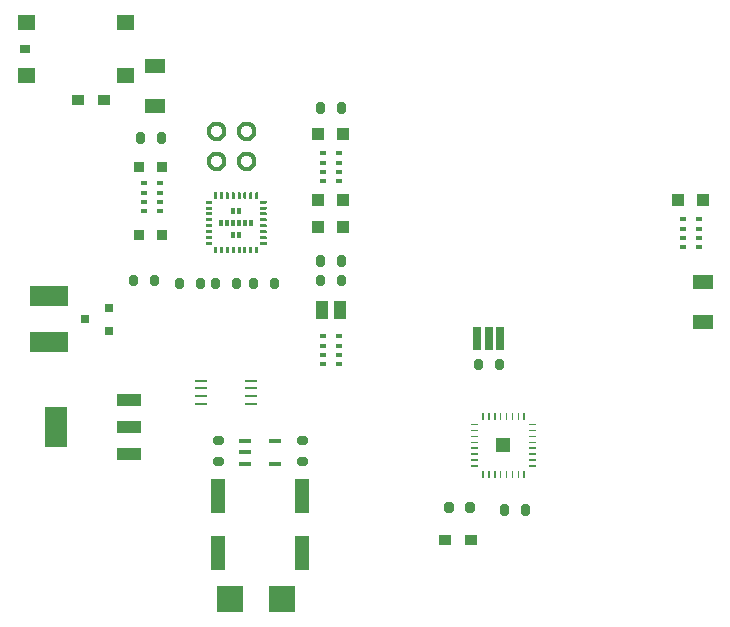
<source format=gbr>
G04 EAGLE Gerber RS-274X export*
G75*
%MOMM*%
%FSLAX34Y34*%
%LPD*%
%INSolderpaste Top*%
%IPPOS*%
%AMOC8*
5,1,8,0,0,1.08239X$1,22.5*%
G01*
%ADD10C,0.304800*%
%ADD11C,0.613534*%
%ADD12R,1.260000X2.860000*%
%ADD13R,1.080000X1.080000*%
%ADD14R,2.160000X2.160000*%
%ADD15R,2.113281X1.097281*%
%ADD16R,1.980000X3.380000*%
%ADD17R,3.210000X1.710000*%
%ADD18R,0.787400X0.685800*%
%ADD19R,0.300000X0.600000*%
%ADD20R,0.898400X0.898400*%
%ADD21R,1.098400X0.898400*%
%ADD22R,1.051562X1.483363*%
%ADD23R,0.548400X0.398400*%
%ADD24R,1.098400X0.198400*%
%ADD25C,0.075600*%
%ADD26R,0.889000X0.762000*%
%ADD27C,0.005981*%
%ADD28R,1.098400X0.448400*%
%ADD29R,1.660000X1.260000*%
%ADD30C,0.123094*%
%ADD31R,1.270000X1.270000*%

G36*
X187645Y366954D02*
X187645Y366954D01*
X187650Y366953D01*
X187743Y366974D01*
X187837Y366992D01*
X187841Y366995D01*
X187846Y366996D01*
X187924Y367052D01*
X188002Y367105D01*
X188005Y367109D01*
X188009Y367112D01*
X188060Y367194D01*
X188112Y367273D01*
X188112Y367278D01*
X188115Y367283D01*
X188147Y367460D01*
X188147Y371960D01*
X188146Y371965D01*
X188147Y371970D01*
X188126Y372063D01*
X188108Y372157D01*
X188105Y372161D01*
X188104Y372166D01*
X188048Y372244D01*
X187995Y372322D01*
X187991Y372325D01*
X187988Y372329D01*
X187906Y372380D01*
X187827Y372432D01*
X187822Y372432D01*
X187817Y372435D01*
X187640Y372467D01*
X186140Y372467D01*
X186135Y372466D01*
X186130Y372467D01*
X186037Y372446D01*
X185944Y372428D01*
X185939Y372425D01*
X185934Y372424D01*
X185856Y372368D01*
X185778Y372315D01*
X185775Y372311D01*
X185771Y372308D01*
X185720Y372226D01*
X185668Y372147D01*
X185668Y372142D01*
X185665Y372137D01*
X185633Y371960D01*
X185633Y367460D01*
X185634Y367455D01*
X185633Y367450D01*
X185654Y367357D01*
X185672Y367264D01*
X185675Y367259D01*
X185676Y367254D01*
X185732Y367176D01*
X185785Y367098D01*
X185789Y367095D01*
X185792Y367091D01*
X185874Y367040D01*
X185953Y366988D01*
X185958Y366988D01*
X185963Y366985D01*
X186140Y366953D01*
X187640Y366953D01*
X187645Y366954D01*
G37*
G36*
X212645Y366954D02*
X212645Y366954D01*
X212650Y366953D01*
X212743Y366974D01*
X212837Y366992D01*
X212841Y366995D01*
X212846Y366996D01*
X212924Y367052D01*
X213002Y367105D01*
X213005Y367109D01*
X213009Y367112D01*
X213060Y367194D01*
X213112Y367273D01*
X213112Y367278D01*
X213115Y367283D01*
X213147Y367460D01*
X213147Y371960D01*
X213146Y371965D01*
X213147Y371970D01*
X213126Y372063D01*
X213108Y372157D01*
X213105Y372161D01*
X213104Y372166D01*
X213048Y372244D01*
X212995Y372322D01*
X212991Y372325D01*
X212988Y372329D01*
X212906Y372380D01*
X212827Y372432D01*
X212822Y372432D01*
X212817Y372435D01*
X212640Y372467D01*
X211140Y372467D01*
X211135Y372466D01*
X211130Y372467D01*
X211037Y372446D01*
X210944Y372428D01*
X210939Y372425D01*
X210934Y372424D01*
X210856Y372368D01*
X210778Y372315D01*
X210775Y372311D01*
X210771Y372308D01*
X210720Y372226D01*
X210668Y372147D01*
X210668Y372142D01*
X210665Y372137D01*
X210633Y371960D01*
X210633Y367460D01*
X210634Y367455D01*
X210633Y367450D01*
X210654Y367357D01*
X210672Y367264D01*
X210675Y367259D01*
X210676Y367254D01*
X210732Y367176D01*
X210785Y367098D01*
X210789Y367095D01*
X210792Y367091D01*
X210874Y367040D01*
X210953Y366988D01*
X210958Y366988D01*
X210963Y366985D01*
X211140Y366953D01*
X212640Y366953D01*
X212645Y366954D01*
G37*
G36*
X192645Y366954D02*
X192645Y366954D01*
X192650Y366953D01*
X192743Y366974D01*
X192837Y366992D01*
X192841Y366995D01*
X192846Y366996D01*
X192924Y367052D01*
X193002Y367105D01*
X193005Y367109D01*
X193009Y367112D01*
X193060Y367194D01*
X193112Y367273D01*
X193112Y367278D01*
X193115Y367283D01*
X193147Y367460D01*
X193147Y371960D01*
X193146Y371965D01*
X193147Y371970D01*
X193126Y372063D01*
X193108Y372157D01*
X193105Y372161D01*
X193104Y372166D01*
X193048Y372244D01*
X192995Y372322D01*
X192991Y372325D01*
X192988Y372329D01*
X192906Y372380D01*
X192827Y372432D01*
X192822Y372432D01*
X192817Y372435D01*
X192640Y372467D01*
X191140Y372467D01*
X191135Y372466D01*
X191130Y372467D01*
X191037Y372446D01*
X190944Y372428D01*
X190939Y372425D01*
X190934Y372424D01*
X190856Y372368D01*
X190778Y372315D01*
X190775Y372311D01*
X190771Y372308D01*
X190720Y372226D01*
X190668Y372147D01*
X190668Y372142D01*
X190665Y372137D01*
X190633Y371960D01*
X190633Y367460D01*
X190634Y367455D01*
X190633Y367450D01*
X190654Y367357D01*
X190672Y367264D01*
X190675Y367259D01*
X190676Y367254D01*
X190732Y367176D01*
X190785Y367098D01*
X190789Y367095D01*
X190792Y367091D01*
X190874Y367040D01*
X190953Y366988D01*
X190958Y366988D01*
X190963Y366985D01*
X191140Y366953D01*
X192640Y366953D01*
X192645Y366954D01*
G37*
G36*
X197645Y366954D02*
X197645Y366954D01*
X197650Y366953D01*
X197743Y366974D01*
X197837Y366992D01*
X197841Y366995D01*
X197846Y366996D01*
X197924Y367052D01*
X198002Y367105D01*
X198005Y367109D01*
X198009Y367112D01*
X198060Y367194D01*
X198112Y367273D01*
X198112Y367278D01*
X198115Y367283D01*
X198147Y367460D01*
X198147Y371960D01*
X198146Y371965D01*
X198147Y371970D01*
X198126Y372063D01*
X198108Y372157D01*
X198105Y372161D01*
X198104Y372166D01*
X198048Y372244D01*
X197995Y372322D01*
X197991Y372325D01*
X197988Y372329D01*
X197906Y372380D01*
X197827Y372432D01*
X197822Y372432D01*
X197817Y372435D01*
X197640Y372467D01*
X196140Y372467D01*
X196135Y372466D01*
X196130Y372467D01*
X196037Y372446D01*
X195944Y372428D01*
X195939Y372425D01*
X195934Y372424D01*
X195856Y372368D01*
X195778Y372315D01*
X195775Y372311D01*
X195771Y372308D01*
X195720Y372226D01*
X195668Y372147D01*
X195668Y372142D01*
X195665Y372137D01*
X195633Y371960D01*
X195633Y367460D01*
X195634Y367455D01*
X195633Y367450D01*
X195654Y367357D01*
X195672Y367264D01*
X195675Y367259D01*
X195676Y367254D01*
X195732Y367176D01*
X195785Y367098D01*
X195789Y367095D01*
X195792Y367091D01*
X195874Y367040D01*
X195953Y366988D01*
X195958Y366988D01*
X195963Y366985D01*
X196140Y366953D01*
X197640Y366953D01*
X197645Y366954D01*
G37*
G36*
X207645Y366954D02*
X207645Y366954D01*
X207650Y366953D01*
X207743Y366974D01*
X207837Y366992D01*
X207841Y366995D01*
X207846Y366996D01*
X207924Y367052D01*
X208002Y367105D01*
X208005Y367109D01*
X208009Y367112D01*
X208060Y367194D01*
X208112Y367273D01*
X208112Y367278D01*
X208115Y367283D01*
X208147Y367460D01*
X208147Y371960D01*
X208146Y371965D01*
X208147Y371970D01*
X208126Y372063D01*
X208108Y372157D01*
X208105Y372161D01*
X208104Y372166D01*
X208048Y372244D01*
X207995Y372322D01*
X207991Y372325D01*
X207988Y372329D01*
X207906Y372380D01*
X207827Y372432D01*
X207822Y372432D01*
X207817Y372435D01*
X207640Y372467D01*
X206140Y372467D01*
X206135Y372466D01*
X206130Y372467D01*
X206037Y372446D01*
X205944Y372428D01*
X205939Y372425D01*
X205934Y372424D01*
X205856Y372368D01*
X205778Y372315D01*
X205775Y372311D01*
X205771Y372308D01*
X205720Y372226D01*
X205668Y372147D01*
X205668Y372142D01*
X205665Y372137D01*
X205633Y371960D01*
X205633Y367460D01*
X205634Y367455D01*
X205633Y367450D01*
X205654Y367357D01*
X205672Y367264D01*
X205675Y367259D01*
X205676Y367254D01*
X205732Y367176D01*
X205785Y367098D01*
X205789Y367095D01*
X205792Y367091D01*
X205874Y367040D01*
X205953Y366988D01*
X205958Y366988D01*
X205963Y366985D01*
X206140Y366953D01*
X207640Y366953D01*
X207645Y366954D01*
G37*
G36*
X202645Y366954D02*
X202645Y366954D01*
X202650Y366953D01*
X202743Y366974D01*
X202837Y366992D01*
X202841Y366995D01*
X202846Y366996D01*
X202924Y367052D01*
X203002Y367105D01*
X203005Y367109D01*
X203009Y367112D01*
X203060Y367194D01*
X203112Y367273D01*
X203112Y367278D01*
X203115Y367283D01*
X203147Y367460D01*
X203147Y371960D01*
X203146Y371965D01*
X203147Y371970D01*
X203126Y372063D01*
X203108Y372157D01*
X203105Y372161D01*
X203104Y372166D01*
X203048Y372244D01*
X202995Y372322D01*
X202991Y372325D01*
X202988Y372329D01*
X202906Y372380D01*
X202827Y372432D01*
X202822Y372432D01*
X202817Y372435D01*
X202640Y372467D01*
X201140Y372467D01*
X201135Y372466D01*
X201130Y372467D01*
X201037Y372446D01*
X200944Y372428D01*
X200939Y372425D01*
X200934Y372424D01*
X200856Y372368D01*
X200778Y372315D01*
X200775Y372311D01*
X200771Y372308D01*
X200720Y372226D01*
X200668Y372147D01*
X200668Y372142D01*
X200665Y372137D01*
X200633Y371960D01*
X200633Y367460D01*
X200634Y367455D01*
X200633Y367450D01*
X200654Y367357D01*
X200672Y367264D01*
X200675Y367259D01*
X200676Y367254D01*
X200732Y367176D01*
X200785Y367098D01*
X200789Y367095D01*
X200792Y367091D01*
X200874Y367040D01*
X200953Y366988D01*
X200958Y366988D01*
X200963Y366985D01*
X201140Y366953D01*
X202640Y366953D01*
X202645Y366954D01*
G37*
G36*
X178645Y357954D02*
X178645Y357954D01*
X178650Y357953D01*
X178743Y357974D01*
X178837Y357992D01*
X178841Y357995D01*
X178846Y357996D01*
X178924Y358052D01*
X179002Y358105D01*
X179005Y358109D01*
X179009Y358112D01*
X179060Y358194D01*
X179112Y358273D01*
X179112Y358278D01*
X179115Y358283D01*
X179147Y358460D01*
X179147Y359960D01*
X179146Y359965D01*
X179147Y359970D01*
X179126Y360063D01*
X179108Y360157D01*
X179105Y360161D01*
X179104Y360166D01*
X179048Y360244D01*
X178995Y360322D01*
X178991Y360325D01*
X178988Y360329D01*
X178906Y360380D01*
X178827Y360432D01*
X178822Y360432D01*
X178817Y360435D01*
X178640Y360467D01*
X174140Y360467D01*
X174135Y360466D01*
X174130Y360467D01*
X174037Y360446D01*
X173944Y360428D01*
X173939Y360425D01*
X173934Y360424D01*
X173856Y360368D01*
X173778Y360315D01*
X173775Y360311D01*
X173771Y360308D01*
X173720Y360226D01*
X173668Y360147D01*
X173668Y360142D01*
X173665Y360137D01*
X173633Y359960D01*
X173633Y358460D01*
X173634Y358455D01*
X173633Y358450D01*
X173654Y358357D01*
X173672Y358264D01*
X173675Y358259D01*
X173676Y358254D01*
X173732Y358176D01*
X173785Y358098D01*
X173789Y358095D01*
X173792Y358091D01*
X173874Y358040D01*
X173953Y357988D01*
X173958Y357988D01*
X173963Y357985D01*
X174140Y357953D01*
X178640Y357953D01*
X178645Y357954D01*
G37*
G36*
X224645Y357954D02*
X224645Y357954D01*
X224650Y357953D01*
X224743Y357974D01*
X224837Y357992D01*
X224841Y357995D01*
X224846Y357996D01*
X224924Y358052D01*
X225002Y358105D01*
X225005Y358109D01*
X225009Y358112D01*
X225060Y358194D01*
X225112Y358273D01*
X225112Y358278D01*
X225115Y358283D01*
X225147Y358460D01*
X225147Y359960D01*
X225146Y359965D01*
X225147Y359970D01*
X225126Y360063D01*
X225108Y360157D01*
X225105Y360161D01*
X225104Y360166D01*
X225048Y360244D01*
X224995Y360322D01*
X224991Y360325D01*
X224988Y360329D01*
X224906Y360380D01*
X224827Y360432D01*
X224822Y360432D01*
X224817Y360435D01*
X224640Y360467D01*
X220140Y360467D01*
X220135Y360466D01*
X220130Y360467D01*
X220037Y360446D01*
X219944Y360428D01*
X219939Y360425D01*
X219934Y360424D01*
X219856Y360368D01*
X219778Y360315D01*
X219775Y360311D01*
X219771Y360308D01*
X219720Y360226D01*
X219668Y360147D01*
X219668Y360142D01*
X219665Y360137D01*
X219633Y359960D01*
X219633Y358460D01*
X219634Y358455D01*
X219633Y358450D01*
X219654Y358357D01*
X219672Y358264D01*
X219675Y358259D01*
X219676Y358254D01*
X219732Y358176D01*
X219785Y358098D01*
X219789Y358095D01*
X219792Y358091D01*
X219874Y358040D01*
X219953Y357988D01*
X219958Y357988D01*
X219963Y357985D01*
X220140Y357953D01*
X224640Y357953D01*
X224645Y357954D01*
G37*
G36*
X178645Y352954D02*
X178645Y352954D01*
X178650Y352953D01*
X178743Y352974D01*
X178837Y352992D01*
X178841Y352995D01*
X178846Y352996D01*
X178924Y353052D01*
X179002Y353105D01*
X179005Y353109D01*
X179009Y353112D01*
X179060Y353194D01*
X179112Y353273D01*
X179112Y353278D01*
X179115Y353283D01*
X179147Y353460D01*
X179147Y354960D01*
X179146Y354965D01*
X179147Y354970D01*
X179126Y355063D01*
X179108Y355157D01*
X179105Y355161D01*
X179104Y355166D01*
X179048Y355244D01*
X178995Y355322D01*
X178991Y355325D01*
X178988Y355329D01*
X178906Y355380D01*
X178827Y355432D01*
X178822Y355432D01*
X178817Y355435D01*
X178640Y355467D01*
X174140Y355467D01*
X174135Y355466D01*
X174130Y355467D01*
X174037Y355446D01*
X173944Y355428D01*
X173939Y355425D01*
X173934Y355424D01*
X173856Y355368D01*
X173778Y355315D01*
X173775Y355311D01*
X173771Y355308D01*
X173720Y355226D01*
X173668Y355147D01*
X173668Y355142D01*
X173665Y355137D01*
X173633Y354960D01*
X173633Y353460D01*
X173634Y353455D01*
X173633Y353450D01*
X173654Y353357D01*
X173672Y353264D01*
X173675Y353259D01*
X173676Y353254D01*
X173732Y353176D01*
X173785Y353098D01*
X173789Y353095D01*
X173792Y353091D01*
X173874Y353040D01*
X173953Y352988D01*
X173958Y352988D01*
X173963Y352985D01*
X174140Y352953D01*
X178640Y352953D01*
X178645Y352954D01*
G37*
G36*
X224645Y352954D02*
X224645Y352954D01*
X224650Y352953D01*
X224743Y352974D01*
X224837Y352992D01*
X224841Y352995D01*
X224846Y352996D01*
X224924Y353052D01*
X225002Y353105D01*
X225005Y353109D01*
X225009Y353112D01*
X225060Y353194D01*
X225112Y353273D01*
X225112Y353278D01*
X225115Y353283D01*
X225147Y353460D01*
X225147Y354960D01*
X225146Y354965D01*
X225147Y354970D01*
X225126Y355063D01*
X225108Y355157D01*
X225105Y355161D01*
X225104Y355166D01*
X225048Y355244D01*
X224995Y355322D01*
X224991Y355325D01*
X224988Y355329D01*
X224906Y355380D01*
X224827Y355432D01*
X224822Y355432D01*
X224817Y355435D01*
X224640Y355467D01*
X220140Y355467D01*
X220135Y355466D01*
X220130Y355467D01*
X220037Y355446D01*
X219944Y355428D01*
X219939Y355425D01*
X219934Y355424D01*
X219856Y355368D01*
X219778Y355315D01*
X219775Y355311D01*
X219771Y355308D01*
X219720Y355226D01*
X219668Y355147D01*
X219668Y355142D01*
X219665Y355137D01*
X219633Y354960D01*
X219633Y353460D01*
X219634Y353455D01*
X219633Y353450D01*
X219654Y353357D01*
X219672Y353264D01*
X219675Y353259D01*
X219676Y353254D01*
X219732Y353176D01*
X219785Y353098D01*
X219789Y353095D01*
X219792Y353091D01*
X219874Y353040D01*
X219953Y352988D01*
X219958Y352988D01*
X219963Y352985D01*
X220140Y352953D01*
X224640Y352953D01*
X224645Y352954D01*
G37*
G36*
X178645Y347954D02*
X178645Y347954D01*
X178650Y347953D01*
X178743Y347974D01*
X178837Y347992D01*
X178841Y347995D01*
X178846Y347996D01*
X178924Y348052D01*
X179002Y348105D01*
X179005Y348109D01*
X179009Y348112D01*
X179060Y348194D01*
X179112Y348273D01*
X179112Y348278D01*
X179115Y348283D01*
X179147Y348460D01*
X179147Y349960D01*
X179146Y349965D01*
X179147Y349970D01*
X179126Y350063D01*
X179108Y350157D01*
X179105Y350161D01*
X179104Y350166D01*
X179048Y350244D01*
X178995Y350322D01*
X178991Y350325D01*
X178988Y350329D01*
X178906Y350380D01*
X178827Y350432D01*
X178822Y350432D01*
X178817Y350435D01*
X178640Y350467D01*
X174140Y350467D01*
X174135Y350466D01*
X174130Y350467D01*
X174037Y350446D01*
X173944Y350428D01*
X173939Y350425D01*
X173934Y350424D01*
X173856Y350368D01*
X173778Y350315D01*
X173775Y350311D01*
X173771Y350308D01*
X173720Y350226D01*
X173668Y350147D01*
X173668Y350142D01*
X173665Y350137D01*
X173633Y349960D01*
X173633Y348460D01*
X173634Y348455D01*
X173633Y348450D01*
X173654Y348357D01*
X173672Y348264D01*
X173675Y348259D01*
X173676Y348254D01*
X173732Y348176D01*
X173785Y348098D01*
X173789Y348095D01*
X173792Y348091D01*
X173874Y348040D01*
X173953Y347988D01*
X173958Y347988D01*
X173963Y347985D01*
X174140Y347953D01*
X178640Y347953D01*
X178645Y347954D01*
G37*
G36*
X224645Y347954D02*
X224645Y347954D01*
X224650Y347953D01*
X224743Y347974D01*
X224837Y347992D01*
X224841Y347995D01*
X224846Y347996D01*
X224924Y348052D01*
X225002Y348105D01*
X225005Y348109D01*
X225009Y348112D01*
X225060Y348194D01*
X225112Y348273D01*
X225112Y348278D01*
X225115Y348283D01*
X225147Y348460D01*
X225147Y349960D01*
X225146Y349965D01*
X225147Y349970D01*
X225126Y350063D01*
X225108Y350157D01*
X225105Y350161D01*
X225104Y350166D01*
X225048Y350244D01*
X224995Y350322D01*
X224991Y350325D01*
X224988Y350329D01*
X224906Y350380D01*
X224827Y350432D01*
X224822Y350432D01*
X224817Y350435D01*
X224640Y350467D01*
X220140Y350467D01*
X220135Y350466D01*
X220130Y350467D01*
X220037Y350446D01*
X219944Y350428D01*
X219939Y350425D01*
X219934Y350424D01*
X219856Y350368D01*
X219778Y350315D01*
X219775Y350311D01*
X219771Y350308D01*
X219720Y350226D01*
X219668Y350147D01*
X219668Y350142D01*
X219665Y350137D01*
X219633Y349960D01*
X219633Y348460D01*
X219634Y348455D01*
X219633Y348450D01*
X219654Y348357D01*
X219672Y348264D01*
X219675Y348259D01*
X219676Y348254D01*
X219732Y348176D01*
X219785Y348098D01*
X219789Y348095D01*
X219792Y348091D01*
X219874Y348040D01*
X219953Y347988D01*
X219958Y347988D01*
X219963Y347985D01*
X220140Y347953D01*
X224640Y347953D01*
X224645Y347954D01*
G37*
G36*
X224645Y342954D02*
X224645Y342954D01*
X224650Y342953D01*
X224743Y342974D01*
X224837Y342992D01*
X224841Y342995D01*
X224846Y342996D01*
X224924Y343052D01*
X225002Y343105D01*
X225005Y343109D01*
X225009Y343112D01*
X225060Y343194D01*
X225112Y343273D01*
X225112Y343278D01*
X225115Y343283D01*
X225147Y343460D01*
X225147Y344960D01*
X225146Y344965D01*
X225147Y344970D01*
X225126Y345063D01*
X225108Y345157D01*
X225105Y345161D01*
X225104Y345166D01*
X225048Y345244D01*
X224995Y345322D01*
X224991Y345325D01*
X224988Y345329D01*
X224906Y345380D01*
X224827Y345432D01*
X224822Y345432D01*
X224817Y345435D01*
X224640Y345467D01*
X220140Y345467D01*
X220135Y345466D01*
X220130Y345467D01*
X220037Y345446D01*
X219944Y345428D01*
X219939Y345425D01*
X219934Y345424D01*
X219856Y345368D01*
X219778Y345315D01*
X219775Y345311D01*
X219771Y345308D01*
X219720Y345226D01*
X219668Y345147D01*
X219668Y345142D01*
X219665Y345137D01*
X219633Y344960D01*
X219633Y343460D01*
X219634Y343455D01*
X219633Y343450D01*
X219654Y343357D01*
X219672Y343264D01*
X219675Y343259D01*
X219676Y343254D01*
X219732Y343176D01*
X219785Y343098D01*
X219789Y343095D01*
X219792Y343091D01*
X219874Y343040D01*
X219953Y342988D01*
X219958Y342988D01*
X219963Y342985D01*
X220140Y342953D01*
X224640Y342953D01*
X224645Y342954D01*
G37*
G36*
X178645Y342954D02*
X178645Y342954D01*
X178650Y342953D01*
X178743Y342974D01*
X178837Y342992D01*
X178841Y342995D01*
X178846Y342996D01*
X178924Y343052D01*
X179002Y343105D01*
X179005Y343109D01*
X179009Y343112D01*
X179060Y343194D01*
X179112Y343273D01*
X179112Y343278D01*
X179115Y343283D01*
X179147Y343460D01*
X179147Y344960D01*
X179146Y344965D01*
X179147Y344970D01*
X179126Y345063D01*
X179108Y345157D01*
X179105Y345161D01*
X179104Y345166D01*
X179048Y345244D01*
X178995Y345322D01*
X178991Y345325D01*
X178988Y345329D01*
X178906Y345380D01*
X178827Y345432D01*
X178822Y345432D01*
X178817Y345435D01*
X178640Y345467D01*
X174140Y345467D01*
X174135Y345466D01*
X174130Y345467D01*
X174037Y345446D01*
X173944Y345428D01*
X173939Y345425D01*
X173934Y345424D01*
X173856Y345368D01*
X173778Y345315D01*
X173775Y345311D01*
X173771Y345308D01*
X173720Y345226D01*
X173668Y345147D01*
X173668Y345142D01*
X173665Y345137D01*
X173633Y344960D01*
X173633Y343460D01*
X173634Y343455D01*
X173633Y343450D01*
X173654Y343357D01*
X173672Y343264D01*
X173675Y343259D01*
X173676Y343254D01*
X173732Y343176D01*
X173785Y343098D01*
X173789Y343095D01*
X173792Y343091D01*
X173874Y343040D01*
X173953Y342988D01*
X173958Y342988D01*
X173963Y342985D01*
X174140Y342953D01*
X178640Y342953D01*
X178645Y342954D01*
G37*
G36*
X224645Y337954D02*
X224645Y337954D01*
X224650Y337953D01*
X224743Y337974D01*
X224837Y337992D01*
X224841Y337995D01*
X224846Y337996D01*
X224924Y338052D01*
X225002Y338105D01*
X225005Y338109D01*
X225009Y338112D01*
X225060Y338194D01*
X225112Y338273D01*
X225112Y338278D01*
X225115Y338283D01*
X225147Y338460D01*
X225147Y339960D01*
X225146Y339965D01*
X225147Y339970D01*
X225126Y340063D01*
X225108Y340157D01*
X225105Y340161D01*
X225104Y340166D01*
X225048Y340244D01*
X224995Y340322D01*
X224991Y340325D01*
X224988Y340329D01*
X224906Y340380D01*
X224827Y340432D01*
X224822Y340432D01*
X224817Y340435D01*
X224640Y340467D01*
X220140Y340467D01*
X220135Y340466D01*
X220130Y340467D01*
X220037Y340446D01*
X219944Y340428D01*
X219939Y340425D01*
X219934Y340424D01*
X219856Y340368D01*
X219778Y340315D01*
X219775Y340311D01*
X219771Y340308D01*
X219720Y340226D01*
X219668Y340147D01*
X219668Y340142D01*
X219665Y340137D01*
X219633Y339960D01*
X219633Y338460D01*
X219634Y338455D01*
X219633Y338450D01*
X219654Y338357D01*
X219672Y338264D01*
X219675Y338259D01*
X219676Y338254D01*
X219732Y338176D01*
X219785Y338098D01*
X219789Y338095D01*
X219792Y338091D01*
X219874Y338040D01*
X219953Y337988D01*
X219958Y337988D01*
X219963Y337985D01*
X220140Y337953D01*
X224640Y337953D01*
X224645Y337954D01*
G37*
G36*
X178645Y337954D02*
X178645Y337954D01*
X178650Y337953D01*
X178743Y337974D01*
X178837Y337992D01*
X178841Y337995D01*
X178846Y337996D01*
X178924Y338052D01*
X179002Y338105D01*
X179005Y338109D01*
X179009Y338112D01*
X179060Y338194D01*
X179112Y338273D01*
X179112Y338278D01*
X179115Y338283D01*
X179147Y338460D01*
X179147Y339960D01*
X179146Y339965D01*
X179147Y339970D01*
X179126Y340063D01*
X179108Y340157D01*
X179105Y340161D01*
X179104Y340166D01*
X179048Y340244D01*
X178995Y340322D01*
X178991Y340325D01*
X178988Y340329D01*
X178906Y340380D01*
X178827Y340432D01*
X178822Y340432D01*
X178817Y340435D01*
X178640Y340467D01*
X174140Y340467D01*
X174135Y340466D01*
X174130Y340467D01*
X174037Y340446D01*
X173944Y340428D01*
X173939Y340425D01*
X173934Y340424D01*
X173856Y340368D01*
X173778Y340315D01*
X173775Y340311D01*
X173771Y340308D01*
X173720Y340226D01*
X173668Y340147D01*
X173668Y340142D01*
X173665Y340137D01*
X173633Y339960D01*
X173633Y338460D01*
X173634Y338455D01*
X173633Y338450D01*
X173654Y338357D01*
X173672Y338264D01*
X173675Y338259D01*
X173676Y338254D01*
X173732Y338176D01*
X173785Y338098D01*
X173789Y338095D01*
X173792Y338091D01*
X173874Y338040D01*
X173953Y337988D01*
X173958Y337988D01*
X173963Y337985D01*
X174140Y337953D01*
X178640Y337953D01*
X178645Y337954D01*
G37*
G36*
X178645Y332954D02*
X178645Y332954D01*
X178650Y332953D01*
X178743Y332974D01*
X178837Y332992D01*
X178841Y332995D01*
X178846Y332996D01*
X178924Y333052D01*
X179002Y333105D01*
X179005Y333109D01*
X179009Y333112D01*
X179060Y333194D01*
X179112Y333273D01*
X179112Y333278D01*
X179115Y333283D01*
X179147Y333460D01*
X179147Y334960D01*
X179146Y334965D01*
X179147Y334970D01*
X179126Y335063D01*
X179108Y335157D01*
X179105Y335161D01*
X179104Y335166D01*
X179048Y335244D01*
X178995Y335322D01*
X178991Y335325D01*
X178988Y335329D01*
X178906Y335380D01*
X178827Y335432D01*
X178822Y335432D01*
X178817Y335435D01*
X178640Y335467D01*
X174140Y335467D01*
X174135Y335466D01*
X174130Y335467D01*
X174037Y335446D01*
X173944Y335428D01*
X173939Y335425D01*
X173934Y335424D01*
X173856Y335368D01*
X173778Y335315D01*
X173775Y335311D01*
X173771Y335308D01*
X173720Y335226D01*
X173668Y335147D01*
X173668Y335142D01*
X173665Y335137D01*
X173633Y334960D01*
X173633Y333460D01*
X173634Y333455D01*
X173633Y333450D01*
X173654Y333357D01*
X173672Y333264D01*
X173675Y333259D01*
X173676Y333254D01*
X173732Y333176D01*
X173785Y333098D01*
X173789Y333095D01*
X173792Y333091D01*
X173874Y333040D01*
X173953Y332988D01*
X173958Y332988D01*
X173963Y332985D01*
X174140Y332953D01*
X178640Y332953D01*
X178645Y332954D01*
G37*
G36*
X224645Y332954D02*
X224645Y332954D01*
X224650Y332953D01*
X224743Y332974D01*
X224837Y332992D01*
X224841Y332995D01*
X224846Y332996D01*
X224924Y333052D01*
X225002Y333105D01*
X225005Y333109D01*
X225009Y333112D01*
X225060Y333194D01*
X225112Y333273D01*
X225112Y333278D01*
X225115Y333283D01*
X225147Y333460D01*
X225147Y334960D01*
X225146Y334965D01*
X225147Y334970D01*
X225126Y335063D01*
X225108Y335157D01*
X225105Y335161D01*
X225104Y335166D01*
X225048Y335244D01*
X224995Y335322D01*
X224991Y335325D01*
X224988Y335329D01*
X224906Y335380D01*
X224827Y335432D01*
X224822Y335432D01*
X224817Y335435D01*
X224640Y335467D01*
X220140Y335467D01*
X220135Y335466D01*
X220130Y335467D01*
X220037Y335446D01*
X219944Y335428D01*
X219939Y335425D01*
X219934Y335424D01*
X219856Y335368D01*
X219778Y335315D01*
X219775Y335311D01*
X219771Y335308D01*
X219720Y335226D01*
X219668Y335147D01*
X219668Y335142D01*
X219665Y335137D01*
X219633Y334960D01*
X219633Y333460D01*
X219634Y333455D01*
X219633Y333450D01*
X219654Y333357D01*
X219672Y333264D01*
X219675Y333259D01*
X219676Y333254D01*
X219732Y333176D01*
X219785Y333098D01*
X219789Y333095D01*
X219792Y333091D01*
X219874Y333040D01*
X219953Y332988D01*
X219958Y332988D01*
X219963Y332985D01*
X220140Y332953D01*
X224640Y332953D01*
X224645Y332954D01*
G37*
G36*
X212645Y320954D02*
X212645Y320954D01*
X212650Y320953D01*
X212743Y320974D01*
X212837Y320992D01*
X212841Y320995D01*
X212846Y320996D01*
X212924Y321052D01*
X213002Y321105D01*
X213005Y321109D01*
X213009Y321112D01*
X213060Y321194D01*
X213112Y321273D01*
X213112Y321278D01*
X213115Y321283D01*
X213147Y321460D01*
X213147Y325960D01*
X213146Y325965D01*
X213147Y325970D01*
X213126Y326063D01*
X213108Y326157D01*
X213105Y326161D01*
X213104Y326166D01*
X213048Y326244D01*
X212995Y326322D01*
X212991Y326325D01*
X212988Y326329D01*
X212906Y326380D01*
X212827Y326432D01*
X212822Y326432D01*
X212817Y326435D01*
X212640Y326467D01*
X211140Y326467D01*
X211135Y326466D01*
X211130Y326467D01*
X211037Y326446D01*
X210944Y326428D01*
X210939Y326425D01*
X210934Y326424D01*
X210856Y326368D01*
X210778Y326315D01*
X210775Y326311D01*
X210771Y326308D01*
X210720Y326226D01*
X210668Y326147D01*
X210668Y326142D01*
X210665Y326137D01*
X210633Y325960D01*
X210633Y321460D01*
X210634Y321455D01*
X210633Y321450D01*
X210654Y321357D01*
X210672Y321264D01*
X210675Y321259D01*
X210676Y321254D01*
X210732Y321176D01*
X210785Y321098D01*
X210789Y321095D01*
X210792Y321091D01*
X210874Y321040D01*
X210953Y320988D01*
X210958Y320988D01*
X210963Y320985D01*
X211140Y320953D01*
X212640Y320953D01*
X212645Y320954D01*
G37*
G36*
X207645Y320954D02*
X207645Y320954D01*
X207650Y320953D01*
X207743Y320974D01*
X207837Y320992D01*
X207841Y320995D01*
X207846Y320996D01*
X207924Y321052D01*
X208002Y321105D01*
X208005Y321109D01*
X208009Y321112D01*
X208060Y321194D01*
X208112Y321273D01*
X208112Y321278D01*
X208115Y321283D01*
X208147Y321460D01*
X208147Y325960D01*
X208146Y325965D01*
X208147Y325970D01*
X208126Y326063D01*
X208108Y326157D01*
X208105Y326161D01*
X208104Y326166D01*
X208048Y326244D01*
X207995Y326322D01*
X207991Y326325D01*
X207988Y326329D01*
X207906Y326380D01*
X207827Y326432D01*
X207822Y326432D01*
X207817Y326435D01*
X207640Y326467D01*
X206140Y326467D01*
X206135Y326466D01*
X206130Y326467D01*
X206037Y326446D01*
X205944Y326428D01*
X205939Y326425D01*
X205934Y326424D01*
X205856Y326368D01*
X205778Y326315D01*
X205775Y326311D01*
X205771Y326308D01*
X205720Y326226D01*
X205668Y326147D01*
X205668Y326142D01*
X205665Y326137D01*
X205633Y325960D01*
X205633Y321460D01*
X205634Y321455D01*
X205633Y321450D01*
X205654Y321357D01*
X205672Y321264D01*
X205675Y321259D01*
X205676Y321254D01*
X205732Y321176D01*
X205785Y321098D01*
X205789Y321095D01*
X205792Y321091D01*
X205874Y321040D01*
X205953Y320988D01*
X205958Y320988D01*
X205963Y320985D01*
X206140Y320953D01*
X207640Y320953D01*
X207645Y320954D01*
G37*
G36*
X202645Y320954D02*
X202645Y320954D01*
X202650Y320953D01*
X202743Y320974D01*
X202837Y320992D01*
X202841Y320995D01*
X202846Y320996D01*
X202924Y321052D01*
X203002Y321105D01*
X203005Y321109D01*
X203009Y321112D01*
X203060Y321194D01*
X203112Y321273D01*
X203112Y321278D01*
X203115Y321283D01*
X203147Y321460D01*
X203147Y325960D01*
X203146Y325965D01*
X203147Y325970D01*
X203126Y326063D01*
X203108Y326157D01*
X203105Y326161D01*
X203104Y326166D01*
X203048Y326244D01*
X202995Y326322D01*
X202991Y326325D01*
X202988Y326329D01*
X202906Y326380D01*
X202827Y326432D01*
X202822Y326432D01*
X202817Y326435D01*
X202640Y326467D01*
X201140Y326467D01*
X201135Y326466D01*
X201130Y326467D01*
X201037Y326446D01*
X200944Y326428D01*
X200939Y326425D01*
X200934Y326424D01*
X200856Y326368D01*
X200778Y326315D01*
X200775Y326311D01*
X200771Y326308D01*
X200720Y326226D01*
X200668Y326147D01*
X200668Y326142D01*
X200665Y326137D01*
X200633Y325960D01*
X200633Y321460D01*
X200634Y321455D01*
X200633Y321450D01*
X200654Y321357D01*
X200672Y321264D01*
X200675Y321259D01*
X200676Y321254D01*
X200732Y321176D01*
X200785Y321098D01*
X200789Y321095D01*
X200792Y321091D01*
X200874Y321040D01*
X200953Y320988D01*
X200958Y320988D01*
X200963Y320985D01*
X201140Y320953D01*
X202640Y320953D01*
X202645Y320954D01*
G37*
G36*
X197645Y320954D02*
X197645Y320954D01*
X197650Y320953D01*
X197743Y320974D01*
X197837Y320992D01*
X197841Y320995D01*
X197846Y320996D01*
X197924Y321052D01*
X198002Y321105D01*
X198005Y321109D01*
X198009Y321112D01*
X198060Y321194D01*
X198112Y321273D01*
X198112Y321278D01*
X198115Y321283D01*
X198147Y321460D01*
X198147Y325960D01*
X198146Y325965D01*
X198147Y325970D01*
X198126Y326063D01*
X198108Y326157D01*
X198105Y326161D01*
X198104Y326166D01*
X198048Y326244D01*
X197995Y326322D01*
X197991Y326325D01*
X197988Y326329D01*
X197906Y326380D01*
X197827Y326432D01*
X197822Y326432D01*
X197817Y326435D01*
X197640Y326467D01*
X196140Y326467D01*
X196135Y326466D01*
X196130Y326467D01*
X196037Y326446D01*
X195944Y326428D01*
X195939Y326425D01*
X195934Y326424D01*
X195856Y326368D01*
X195778Y326315D01*
X195775Y326311D01*
X195771Y326308D01*
X195720Y326226D01*
X195668Y326147D01*
X195668Y326142D01*
X195665Y326137D01*
X195633Y325960D01*
X195633Y321460D01*
X195634Y321455D01*
X195633Y321450D01*
X195654Y321357D01*
X195672Y321264D01*
X195675Y321259D01*
X195676Y321254D01*
X195732Y321176D01*
X195785Y321098D01*
X195789Y321095D01*
X195792Y321091D01*
X195874Y321040D01*
X195953Y320988D01*
X195958Y320988D01*
X195963Y320985D01*
X196140Y320953D01*
X197640Y320953D01*
X197645Y320954D01*
G37*
G36*
X192645Y320954D02*
X192645Y320954D01*
X192650Y320953D01*
X192743Y320974D01*
X192837Y320992D01*
X192841Y320995D01*
X192846Y320996D01*
X192924Y321052D01*
X193002Y321105D01*
X193005Y321109D01*
X193009Y321112D01*
X193060Y321194D01*
X193112Y321273D01*
X193112Y321278D01*
X193115Y321283D01*
X193147Y321460D01*
X193147Y325960D01*
X193146Y325965D01*
X193147Y325970D01*
X193126Y326063D01*
X193108Y326157D01*
X193105Y326161D01*
X193104Y326166D01*
X193048Y326244D01*
X192995Y326322D01*
X192991Y326325D01*
X192988Y326329D01*
X192906Y326380D01*
X192827Y326432D01*
X192822Y326432D01*
X192817Y326435D01*
X192640Y326467D01*
X191140Y326467D01*
X191135Y326466D01*
X191130Y326467D01*
X191037Y326446D01*
X190944Y326428D01*
X190939Y326425D01*
X190934Y326424D01*
X190856Y326368D01*
X190778Y326315D01*
X190775Y326311D01*
X190771Y326308D01*
X190720Y326226D01*
X190668Y326147D01*
X190668Y326142D01*
X190665Y326137D01*
X190633Y325960D01*
X190633Y321460D01*
X190634Y321455D01*
X190633Y321450D01*
X190654Y321357D01*
X190672Y321264D01*
X190675Y321259D01*
X190676Y321254D01*
X190732Y321176D01*
X190785Y321098D01*
X190789Y321095D01*
X190792Y321091D01*
X190874Y321040D01*
X190953Y320988D01*
X190958Y320988D01*
X190963Y320985D01*
X191140Y320953D01*
X192640Y320953D01*
X192645Y320954D01*
G37*
G36*
X187645Y320954D02*
X187645Y320954D01*
X187650Y320953D01*
X187743Y320974D01*
X187837Y320992D01*
X187841Y320995D01*
X187846Y320996D01*
X187924Y321052D01*
X188002Y321105D01*
X188005Y321109D01*
X188009Y321112D01*
X188060Y321194D01*
X188112Y321273D01*
X188112Y321278D01*
X188115Y321283D01*
X188147Y321460D01*
X188147Y325960D01*
X188146Y325965D01*
X188147Y325970D01*
X188126Y326063D01*
X188108Y326157D01*
X188105Y326161D01*
X188104Y326166D01*
X188048Y326244D01*
X187995Y326322D01*
X187991Y326325D01*
X187988Y326329D01*
X187906Y326380D01*
X187827Y326432D01*
X187822Y326432D01*
X187817Y326435D01*
X187640Y326467D01*
X186140Y326467D01*
X186135Y326466D01*
X186130Y326467D01*
X186037Y326446D01*
X185944Y326428D01*
X185939Y326425D01*
X185934Y326424D01*
X185856Y326368D01*
X185778Y326315D01*
X185775Y326311D01*
X185771Y326308D01*
X185720Y326226D01*
X185668Y326147D01*
X185668Y326142D01*
X185665Y326137D01*
X185633Y325960D01*
X185633Y321460D01*
X185634Y321455D01*
X185633Y321450D01*
X185654Y321357D01*
X185672Y321264D01*
X185675Y321259D01*
X185676Y321254D01*
X185732Y321176D01*
X185785Y321098D01*
X185789Y321095D01*
X185792Y321091D01*
X185874Y321040D01*
X185953Y320988D01*
X185958Y320988D01*
X185963Y320985D01*
X186140Y320953D01*
X187640Y320953D01*
X187645Y320954D01*
G37*
G36*
X182645Y366954D02*
X182645Y366954D01*
X182650Y366953D01*
X182743Y366974D01*
X182837Y366992D01*
X182841Y366995D01*
X182846Y366996D01*
X182924Y367052D01*
X183002Y367105D01*
X183005Y367109D01*
X183009Y367112D01*
X183060Y367194D01*
X183112Y367273D01*
X183112Y367278D01*
X183115Y367283D01*
X183147Y367460D01*
X183147Y371960D01*
X183146Y371965D01*
X183147Y371970D01*
X183126Y372063D01*
X183108Y372157D01*
X183105Y372161D01*
X183104Y372166D01*
X183048Y372244D01*
X182995Y372322D01*
X182991Y372325D01*
X182988Y372329D01*
X182906Y372380D01*
X182827Y372432D01*
X182822Y372432D01*
X182817Y372435D01*
X182640Y372467D01*
X181140Y372467D01*
X181135Y372466D01*
X181130Y372467D01*
X181037Y372446D01*
X180944Y372428D01*
X180939Y372425D01*
X180934Y372424D01*
X180856Y372368D01*
X180778Y372315D01*
X180775Y372311D01*
X180771Y372308D01*
X180720Y372226D01*
X180668Y372147D01*
X180668Y372142D01*
X180665Y372137D01*
X180633Y371960D01*
X180633Y367960D01*
X180633Y367958D01*
X180633Y367957D01*
X180634Y367951D01*
X180633Y367945D01*
X180654Y367855D01*
X180672Y367764D01*
X180677Y367757D01*
X180679Y367749D01*
X180781Y367601D01*
X181281Y367101D01*
X181288Y367097D01*
X181292Y367091D01*
X181371Y367042D01*
X181448Y366990D01*
X181456Y366989D01*
X181463Y366985D01*
X181640Y366953D01*
X182640Y366953D01*
X182645Y366954D01*
G37*
G36*
X224645Y327954D02*
X224645Y327954D01*
X224650Y327953D01*
X224743Y327974D01*
X224837Y327992D01*
X224841Y327995D01*
X224846Y327996D01*
X224924Y328052D01*
X225002Y328105D01*
X225005Y328109D01*
X225009Y328112D01*
X225060Y328194D01*
X225112Y328273D01*
X225112Y328278D01*
X225115Y328283D01*
X225147Y328460D01*
X225147Y329960D01*
X225146Y329965D01*
X225147Y329970D01*
X225126Y330063D01*
X225108Y330157D01*
X225105Y330161D01*
X225104Y330166D01*
X225048Y330244D01*
X224995Y330322D01*
X224991Y330325D01*
X224988Y330329D01*
X224906Y330380D01*
X224827Y330432D01*
X224822Y330432D01*
X224817Y330435D01*
X224640Y330467D01*
X220140Y330467D01*
X220135Y330466D01*
X220130Y330467D01*
X220037Y330446D01*
X219944Y330428D01*
X219939Y330425D01*
X219934Y330424D01*
X219856Y330368D01*
X219778Y330315D01*
X219775Y330311D01*
X219771Y330308D01*
X219720Y330226D01*
X219668Y330147D01*
X219668Y330142D01*
X219665Y330137D01*
X219633Y329960D01*
X219633Y328960D01*
X219633Y328958D01*
X219633Y328957D01*
X219634Y328951D01*
X219633Y328945D01*
X219654Y328855D01*
X219672Y328764D01*
X219677Y328757D01*
X219679Y328749D01*
X219781Y328601D01*
X220281Y328101D01*
X220288Y328097D01*
X220292Y328091D01*
X220371Y328042D01*
X220448Y327990D01*
X220456Y327989D01*
X220463Y327985D01*
X220640Y327953D01*
X224640Y327953D01*
X224645Y327954D01*
G37*
G36*
X217148Y366954D02*
X217148Y366954D01*
X217155Y366953D01*
X217245Y366974D01*
X217337Y366992D01*
X217343Y366997D01*
X217351Y366999D01*
X217499Y367101D01*
X217999Y367601D01*
X218003Y367608D01*
X218009Y367612D01*
X218058Y367691D01*
X218110Y367768D01*
X218111Y367776D01*
X218115Y367783D01*
X218147Y367960D01*
X218147Y371960D01*
X218146Y371965D01*
X218147Y371970D01*
X218126Y372063D01*
X218108Y372157D01*
X218105Y372161D01*
X218104Y372166D01*
X218048Y372244D01*
X217995Y372322D01*
X217991Y372325D01*
X217988Y372329D01*
X217906Y372380D01*
X217827Y372432D01*
X217822Y372432D01*
X217817Y372435D01*
X217640Y372467D01*
X216140Y372467D01*
X216135Y372466D01*
X216130Y372467D01*
X216037Y372446D01*
X215944Y372428D01*
X215939Y372425D01*
X215934Y372424D01*
X215856Y372368D01*
X215778Y372315D01*
X215775Y372311D01*
X215771Y372308D01*
X215720Y372226D01*
X215668Y372147D01*
X215668Y372142D01*
X215665Y372137D01*
X215633Y371960D01*
X215633Y367460D01*
X215634Y367455D01*
X215633Y367450D01*
X215654Y367357D01*
X215672Y367264D01*
X215675Y367259D01*
X215676Y367254D01*
X215732Y367176D01*
X215785Y367098D01*
X215789Y367095D01*
X215792Y367091D01*
X215874Y367040D01*
X215953Y366988D01*
X215958Y366988D01*
X215963Y366985D01*
X216140Y366953D01*
X217140Y366953D01*
X217148Y366954D01*
G37*
G36*
X178148Y327954D02*
X178148Y327954D01*
X178155Y327953D01*
X178245Y327974D01*
X178337Y327992D01*
X178343Y327997D01*
X178351Y327999D01*
X178499Y328101D01*
X178999Y328601D01*
X179003Y328608D01*
X179009Y328612D01*
X179058Y328691D01*
X179110Y328768D01*
X179111Y328776D01*
X179115Y328783D01*
X179147Y328960D01*
X179147Y329960D01*
X179146Y329965D01*
X179147Y329970D01*
X179126Y330063D01*
X179108Y330157D01*
X179105Y330161D01*
X179104Y330166D01*
X179048Y330244D01*
X178995Y330322D01*
X178991Y330325D01*
X178988Y330329D01*
X178906Y330380D01*
X178827Y330432D01*
X178822Y330432D01*
X178817Y330435D01*
X178640Y330467D01*
X174140Y330467D01*
X174135Y330466D01*
X174130Y330467D01*
X174037Y330446D01*
X173944Y330428D01*
X173939Y330425D01*
X173934Y330424D01*
X173856Y330368D01*
X173778Y330315D01*
X173775Y330311D01*
X173771Y330308D01*
X173720Y330226D01*
X173668Y330147D01*
X173668Y330142D01*
X173665Y330137D01*
X173633Y329960D01*
X173633Y328460D01*
X173634Y328455D01*
X173633Y328450D01*
X173654Y328357D01*
X173672Y328264D01*
X173675Y328259D01*
X173676Y328254D01*
X173732Y328176D01*
X173785Y328098D01*
X173789Y328095D01*
X173792Y328091D01*
X173874Y328040D01*
X173953Y327988D01*
X173958Y327988D01*
X173963Y327985D01*
X174140Y327953D01*
X178140Y327953D01*
X178148Y327954D01*
G37*
G36*
X224645Y362954D02*
X224645Y362954D01*
X224650Y362953D01*
X224743Y362974D01*
X224837Y362992D01*
X224841Y362995D01*
X224846Y362996D01*
X224924Y363052D01*
X225002Y363105D01*
X225005Y363109D01*
X225009Y363112D01*
X225060Y363194D01*
X225112Y363273D01*
X225112Y363278D01*
X225115Y363283D01*
X225147Y363460D01*
X225147Y364960D01*
X225146Y364965D01*
X225147Y364970D01*
X225126Y365063D01*
X225108Y365157D01*
X225105Y365161D01*
X225104Y365166D01*
X225048Y365244D01*
X224995Y365322D01*
X224991Y365325D01*
X224988Y365329D01*
X224906Y365380D01*
X224827Y365432D01*
X224822Y365432D01*
X224817Y365435D01*
X224640Y365467D01*
X220640Y365467D01*
X220632Y365466D01*
X220625Y365467D01*
X220535Y365446D01*
X220444Y365428D01*
X220437Y365423D01*
X220429Y365421D01*
X220281Y365319D01*
X219781Y364819D01*
X219777Y364812D01*
X219771Y364808D01*
X219722Y364729D01*
X219670Y364652D01*
X219669Y364644D01*
X219665Y364637D01*
X219633Y364460D01*
X219633Y363460D01*
X219634Y363455D01*
X219633Y363450D01*
X219654Y363357D01*
X219672Y363264D01*
X219675Y363259D01*
X219676Y363254D01*
X219732Y363176D01*
X219785Y363098D01*
X219789Y363095D01*
X219792Y363091D01*
X219874Y363040D01*
X219953Y362988D01*
X219958Y362988D01*
X219963Y362985D01*
X220140Y362953D01*
X224640Y362953D01*
X224645Y362954D01*
G37*
G36*
X178645Y362954D02*
X178645Y362954D01*
X178650Y362953D01*
X178743Y362974D01*
X178837Y362992D01*
X178841Y362995D01*
X178846Y362996D01*
X178924Y363052D01*
X179002Y363105D01*
X179005Y363109D01*
X179009Y363112D01*
X179060Y363194D01*
X179112Y363273D01*
X179112Y363278D01*
X179115Y363283D01*
X179147Y363460D01*
X179147Y364460D01*
X179146Y364468D01*
X179147Y364475D01*
X179126Y364565D01*
X179108Y364657D01*
X179103Y364663D01*
X179101Y364671D01*
X178999Y364819D01*
X178499Y365319D01*
X178492Y365323D01*
X178488Y365329D01*
X178409Y365378D01*
X178332Y365430D01*
X178324Y365431D01*
X178317Y365435D01*
X178140Y365467D01*
X174140Y365467D01*
X174135Y365466D01*
X174130Y365467D01*
X174037Y365446D01*
X173944Y365428D01*
X173939Y365425D01*
X173934Y365424D01*
X173856Y365368D01*
X173778Y365315D01*
X173775Y365311D01*
X173771Y365308D01*
X173720Y365226D01*
X173668Y365147D01*
X173668Y365142D01*
X173665Y365137D01*
X173633Y364960D01*
X173633Y363460D01*
X173634Y363455D01*
X173633Y363450D01*
X173654Y363357D01*
X173672Y363264D01*
X173675Y363259D01*
X173676Y363254D01*
X173732Y363176D01*
X173785Y363098D01*
X173789Y363095D01*
X173792Y363091D01*
X173874Y363040D01*
X173953Y362988D01*
X173958Y362988D01*
X173963Y362985D01*
X174140Y362953D01*
X178640Y362953D01*
X178645Y362954D01*
G37*
G36*
X217645Y320954D02*
X217645Y320954D01*
X217650Y320953D01*
X217743Y320974D01*
X217837Y320992D01*
X217841Y320995D01*
X217846Y320996D01*
X217924Y321052D01*
X218002Y321105D01*
X218005Y321109D01*
X218009Y321112D01*
X218060Y321194D01*
X218112Y321273D01*
X218112Y321278D01*
X218115Y321283D01*
X218147Y321460D01*
X218147Y325460D01*
X218146Y325468D01*
X218147Y325475D01*
X218126Y325565D01*
X218108Y325657D01*
X218103Y325663D01*
X218101Y325671D01*
X217999Y325819D01*
X217499Y326319D01*
X217492Y326323D01*
X217488Y326329D01*
X217409Y326378D01*
X217332Y326430D01*
X217324Y326431D01*
X217317Y326435D01*
X217140Y326467D01*
X216140Y326467D01*
X216135Y326466D01*
X216130Y326467D01*
X216037Y326446D01*
X215944Y326428D01*
X215939Y326425D01*
X215934Y326424D01*
X215856Y326368D01*
X215778Y326315D01*
X215775Y326311D01*
X215771Y326308D01*
X215720Y326226D01*
X215668Y326147D01*
X215668Y326142D01*
X215665Y326137D01*
X215633Y325960D01*
X215633Y321460D01*
X215634Y321455D01*
X215633Y321450D01*
X215654Y321357D01*
X215672Y321264D01*
X215675Y321259D01*
X215676Y321254D01*
X215732Y321176D01*
X215785Y321098D01*
X215789Y321095D01*
X215792Y321091D01*
X215874Y321040D01*
X215953Y320988D01*
X215958Y320988D01*
X215963Y320985D01*
X216140Y320953D01*
X217640Y320953D01*
X217645Y320954D01*
G37*
G36*
X182645Y320954D02*
X182645Y320954D01*
X182650Y320953D01*
X182743Y320974D01*
X182837Y320992D01*
X182841Y320995D01*
X182846Y320996D01*
X182924Y321052D01*
X183002Y321105D01*
X183005Y321109D01*
X183009Y321112D01*
X183060Y321194D01*
X183112Y321273D01*
X183112Y321278D01*
X183115Y321283D01*
X183147Y321460D01*
X183147Y325960D01*
X183146Y325965D01*
X183147Y325970D01*
X183126Y326063D01*
X183108Y326157D01*
X183105Y326161D01*
X183104Y326166D01*
X183048Y326244D01*
X182995Y326322D01*
X182991Y326325D01*
X182988Y326329D01*
X182906Y326380D01*
X182827Y326432D01*
X182822Y326432D01*
X182817Y326435D01*
X182640Y326467D01*
X181640Y326467D01*
X181632Y326466D01*
X181625Y326467D01*
X181535Y326446D01*
X181444Y326428D01*
X181437Y326423D01*
X181429Y326421D01*
X181281Y326319D01*
X180781Y325819D01*
X180777Y325812D01*
X180771Y325808D01*
X180722Y325729D01*
X180670Y325652D01*
X180669Y325644D01*
X180665Y325637D01*
X180633Y325460D01*
X180633Y321460D01*
X180634Y321455D01*
X180633Y321450D01*
X180654Y321357D01*
X180672Y321264D01*
X180675Y321259D01*
X180676Y321254D01*
X180732Y321176D01*
X180785Y321098D01*
X180789Y321095D01*
X180792Y321091D01*
X180874Y321040D01*
X180953Y320988D01*
X180958Y320988D01*
X180963Y320985D01*
X181140Y320953D01*
X182640Y320953D01*
X182645Y320954D01*
G37*
D10*
X176276Y424180D02*
X176278Y424342D01*
X176284Y424504D01*
X176294Y424666D01*
X176308Y424827D01*
X176326Y424988D01*
X176347Y425149D01*
X176373Y425309D01*
X176403Y425468D01*
X176436Y425627D01*
X176474Y425785D01*
X176515Y425941D01*
X176560Y426097D01*
X176609Y426252D01*
X176662Y426405D01*
X176719Y426557D01*
X176779Y426707D01*
X176843Y426856D01*
X176910Y427004D01*
X176981Y427149D01*
X177056Y427293D01*
X177134Y427435D01*
X177216Y427575D01*
X177301Y427713D01*
X177389Y427849D01*
X177481Y427983D01*
X177576Y428114D01*
X177674Y428243D01*
X177775Y428370D01*
X177879Y428494D01*
X177987Y428615D01*
X178097Y428734D01*
X178210Y428850D01*
X178326Y428963D01*
X178445Y429073D01*
X178566Y429181D01*
X178690Y429285D01*
X178817Y429386D01*
X178946Y429484D01*
X179077Y429579D01*
X179211Y429671D01*
X179347Y429759D01*
X179485Y429844D01*
X179625Y429926D01*
X179767Y430004D01*
X179911Y430079D01*
X180056Y430150D01*
X180204Y430217D01*
X180353Y430281D01*
X180503Y430341D01*
X180655Y430398D01*
X180808Y430451D01*
X180963Y430500D01*
X181119Y430545D01*
X181275Y430586D01*
X181433Y430624D01*
X181592Y430657D01*
X181751Y430687D01*
X181911Y430713D01*
X182072Y430734D01*
X182233Y430752D01*
X182394Y430766D01*
X182556Y430776D01*
X182718Y430782D01*
X182880Y430784D01*
X183042Y430782D01*
X183204Y430776D01*
X183366Y430766D01*
X183527Y430752D01*
X183688Y430734D01*
X183849Y430713D01*
X184009Y430687D01*
X184168Y430657D01*
X184327Y430624D01*
X184485Y430586D01*
X184641Y430545D01*
X184797Y430500D01*
X184952Y430451D01*
X185105Y430398D01*
X185257Y430341D01*
X185407Y430281D01*
X185556Y430217D01*
X185704Y430150D01*
X185849Y430079D01*
X185993Y430004D01*
X186135Y429926D01*
X186275Y429844D01*
X186413Y429759D01*
X186549Y429671D01*
X186683Y429579D01*
X186814Y429484D01*
X186943Y429386D01*
X187070Y429285D01*
X187194Y429181D01*
X187315Y429073D01*
X187434Y428963D01*
X187550Y428850D01*
X187663Y428734D01*
X187773Y428615D01*
X187881Y428494D01*
X187985Y428370D01*
X188086Y428243D01*
X188184Y428114D01*
X188279Y427983D01*
X188371Y427849D01*
X188459Y427713D01*
X188544Y427575D01*
X188626Y427435D01*
X188704Y427293D01*
X188779Y427149D01*
X188850Y427004D01*
X188917Y426856D01*
X188981Y426707D01*
X189041Y426557D01*
X189098Y426405D01*
X189151Y426252D01*
X189200Y426097D01*
X189245Y425941D01*
X189286Y425785D01*
X189324Y425627D01*
X189357Y425468D01*
X189387Y425309D01*
X189413Y425149D01*
X189434Y424988D01*
X189452Y424827D01*
X189466Y424666D01*
X189476Y424504D01*
X189482Y424342D01*
X189484Y424180D01*
X189482Y424018D01*
X189476Y423856D01*
X189466Y423694D01*
X189452Y423533D01*
X189434Y423372D01*
X189413Y423211D01*
X189387Y423051D01*
X189357Y422892D01*
X189324Y422733D01*
X189286Y422575D01*
X189245Y422419D01*
X189200Y422263D01*
X189151Y422108D01*
X189098Y421955D01*
X189041Y421803D01*
X188981Y421653D01*
X188917Y421504D01*
X188850Y421356D01*
X188779Y421211D01*
X188704Y421067D01*
X188626Y420925D01*
X188544Y420785D01*
X188459Y420647D01*
X188371Y420511D01*
X188279Y420377D01*
X188184Y420246D01*
X188086Y420117D01*
X187985Y419990D01*
X187881Y419866D01*
X187773Y419745D01*
X187663Y419626D01*
X187550Y419510D01*
X187434Y419397D01*
X187315Y419287D01*
X187194Y419179D01*
X187070Y419075D01*
X186943Y418974D01*
X186814Y418876D01*
X186683Y418781D01*
X186549Y418689D01*
X186413Y418601D01*
X186275Y418516D01*
X186135Y418434D01*
X185993Y418356D01*
X185849Y418281D01*
X185704Y418210D01*
X185556Y418143D01*
X185407Y418079D01*
X185257Y418019D01*
X185105Y417962D01*
X184952Y417909D01*
X184797Y417860D01*
X184641Y417815D01*
X184485Y417774D01*
X184327Y417736D01*
X184168Y417703D01*
X184009Y417673D01*
X183849Y417647D01*
X183688Y417626D01*
X183527Y417608D01*
X183366Y417594D01*
X183204Y417584D01*
X183042Y417578D01*
X182880Y417576D01*
X182718Y417578D01*
X182556Y417584D01*
X182394Y417594D01*
X182233Y417608D01*
X182072Y417626D01*
X181911Y417647D01*
X181751Y417673D01*
X181592Y417703D01*
X181433Y417736D01*
X181275Y417774D01*
X181119Y417815D01*
X180963Y417860D01*
X180808Y417909D01*
X180655Y417962D01*
X180503Y418019D01*
X180353Y418079D01*
X180204Y418143D01*
X180056Y418210D01*
X179911Y418281D01*
X179767Y418356D01*
X179625Y418434D01*
X179485Y418516D01*
X179347Y418601D01*
X179211Y418689D01*
X179077Y418781D01*
X178946Y418876D01*
X178817Y418974D01*
X178690Y419075D01*
X178566Y419179D01*
X178445Y419287D01*
X178326Y419397D01*
X178210Y419510D01*
X178097Y419626D01*
X177987Y419745D01*
X177879Y419866D01*
X177775Y419990D01*
X177674Y420117D01*
X177576Y420246D01*
X177481Y420377D01*
X177389Y420511D01*
X177301Y420647D01*
X177216Y420785D01*
X177134Y420925D01*
X177056Y421067D01*
X176981Y421211D01*
X176910Y421356D01*
X176843Y421504D01*
X176779Y421653D01*
X176719Y421803D01*
X176662Y421955D01*
X176609Y422108D01*
X176560Y422263D01*
X176515Y422419D01*
X176474Y422575D01*
X176436Y422733D01*
X176403Y422892D01*
X176373Y423051D01*
X176347Y423211D01*
X176326Y423372D01*
X176308Y423533D01*
X176294Y423694D01*
X176284Y423856D01*
X176278Y424018D01*
X176276Y424180D01*
X201676Y424180D02*
X201678Y424342D01*
X201684Y424504D01*
X201694Y424666D01*
X201708Y424827D01*
X201726Y424988D01*
X201747Y425149D01*
X201773Y425309D01*
X201803Y425468D01*
X201836Y425627D01*
X201874Y425785D01*
X201915Y425941D01*
X201960Y426097D01*
X202009Y426252D01*
X202062Y426405D01*
X202119Y426557D01*
X202179Y426707D01*
X202243Y426856D01*
X202310Y427004D01*
X202381Y427149D01*
X202456Y427293D01*
X202534Y427435D01*
X202616Y427575D01*
X202701Y427713D01*
X202789Y427849D01*
X202881Y427983D01*
X202976Y428114D01*
X203074Y428243D01*
X203175Y428370D01*
X203279Y428494D01*
X203387Y428615D01*
X203497Y428734D01*
X203610Y428850D01*
X203726Y428963D01*
X203845Y429073D01*
X203966Y429181D01*
X204090Y429285D01*
X204217Y429386D01*
X204346Y429484D01*
X204477Y429579D01*
X204611Y429671D01*
X204747Y429759D01*
X204885Y429844D01*
X205025Y429926D01*
X205167Y430004D01*
X205311Y430079D01*
X205456Y430150D01*
X205604Y430217D01*
X205753Y430281D01*
X205903Y430341D01*
X206055Y430398D01*
X206208Y430451D01*
X206363Y430500D01*
X206519Y430545D01*
X206675Y430586D01*
X206833Y430624D01*
X206992Y430657D01*
X207151Y430687D01*
X207311Y430713D01*
X207472Y430734D01*
X207633Y430752D01*
X207794Y430766D01*
X207956Y430776D01*
X208118Y430782D01*
X208280Y430784D01*
X208442Y430782D01*
X208604Y430776D01*
X208766Y430766D01*
X208927Y430752D01*
X209088Y430734D01*
X209249Y430713D01*
X209409Y430687D01*
X209568Y430657D01*
X209727Y430624D01*
X209885Y430586D01*
X210041Y430545D01*
X210197Y430500D01*
X210352Y430451D01*
X210505Y430398D01*
X210657Y430341D01*
X210807Y430281D01*
X210956Y430217D01*
X211104Y430150D01*
X211249Y430079D01*
X211393Y430004D01*
X211535Y429926D01*
X211675Y429844D01*
X211813Y429759D01*
X211949Y429671D01*
X212083Y429579D01*
X212214Y429484D01*
X212343Y429386D01*
X212470Y429285D01*
X212594Y429181D01*
X212715Y429073D01*
X212834Y428963D01*
X212950Y428850D01*
X213063Y428734D01*
X213173Y428615D01*
X213281Y428494D01*
X213385Y428370D01*
X213486Y428243D01*
X213584Y428114D01*
X213679Y427983D01*
X213771Y427849D01*
X213859Y427713D01*
X213944Y427575D01*
X214026Y427435D01*
X214104Y427293D01*
X214179Y427149D01*
X214250Y427004D01*
X214317Y426856D01*
X214381Y426707D01*
X214441Y426557D01*
X214498Y426405D01*
X214551Y426252D01*
X214600Y426097D01*
X214645Y425941D01*
X214686Y425785D01*
X214724Y425627D01*
X214757Y425468D01*
X214787Y425309D01*
X214813Y425149D01*
X214834Y424988D01*
X214852Y424827D01*
X214866Y424666D01*
X214876Y424504D01*
X214882Y424342D01*
X214884Y424180D01*
X214882Y424018D01*
X214876Y423856D01*
X214866Y423694D01*
X214852Y423533D01*
X214834Y423372D01*
X214813Y423211D01*
X214787Y423051D01*
X214757Y422892D01*
X214724Y422733D01*
X214686Y422575D01*
X214645Y422419D01*
X214600Y422263D01*
X214551Y422108D01*
X214498Y421955D01*
X214441Y421803D01*
X214381Y421653D01*
X214317Y421504D01*
X214250Y421356D01*
X214179Y421211D01*
X214104Y421067D01*
X214026Y420925D01*
X213944Y420785D01*
X213859Y420647D01*
X213771Y420511D01*
X213679Y420377D01*
X213584Y420246D01*
X213486Y420117D01*
X213385Y419990D01*
X213281Y419866D01*
X213173Y419745D01*
X213063Y419626D01*
X212950Y419510D01*
X212834Y419397D01*
X212715Y419287D01*
X212594Y419179D01*
X212470Y419075D01*
X212343Y418974D01*
X212214Y418876D01*
X212083Y418781D01*
X211949Y418689D01*
X211813Y418601D01*
X211675Y418516D01*
X211535Y418434D01*
X211393Y418356D01*
X211249Y418281D01*
X211104Y418210D01*
X210956Y418143D01*
X210807Y418079D01*
X210657Y418019D01*
X210505Y417962D01*
X210352Y417909D01*
X210197Y417860D01*
X210041Y417815D01*
X209885Y417774D01*
X209727Y417736D01*
X209568Y417703D01*
X209409Y417673D01*
X209249Y417647D01*
X209088Y417626D01*
X208927Y417608D01*
X208766Y417594D01*
X208604Y417584D01*
X208442Y417578D01*
X208280Y417576D01*
X208118Y417578D01*
X207956Y417584D01*
X207794Y417594D01*
X207633Y417608D01*
X207472Y417626D01*
X207311Y417647D01*
X207151Y417673D01*
X206992Y417703D01*
X206833Y417736D01*
X206675Y417774D01*
X206519Y417815D01*
X206363Y417860D01*
X206208Y417909D01*
X206055Y417962D01*
X205903Y418019D01*
X205753Y418079D01*
X205604Y418143D01*
X205456Y418210D01*
X205311Y418281D01*
X205167Y418356D01*
X205025Y418434D01*
X204885Y418516D01*
X204747Y418601D01*
X204611Y418689D01*
X204477Y418781D01*
X204346Y418876D01*
X204217Y418974D01*
X204090Y419075D01*
X203966Y419179D01*
X203845Y419287D01*
X203726Y419397D01*
X203610Y419510D01*
X203497Y419626D01*
X203387Y419745D01*
X203279Y419866D01*
X203175Y419990D01*
X203074Y420117D01*
X202976Y420246D01*
X202881Y420377D01*
X202789Y420511D01*
X202701Y420647D01*
X202616Y420785D01*
X202534Y420925D01*
X202456Y421067D01*
X202381Y421211D01*
X202310Y421356D01*
X202243Y421504D01*
X202179Y421653D01*
X202119Y421803D01*
X202062Y421955D01*
X202009Y422108D01*
X201960Y422263D01*
X201915Y422419D01*
X201874Y422575D01*
X201836Y422733D01*
X201803Y422892D01*
X201773Y423051D01*
X201747Y423211D01*
X201726Y423372D01*
X201708Y423533D01*
X201694Y423694D01*
X201684Y423856D01*
X201678Y424018D01*
X201676Y424180D01*
X201676Y398780D02*
X201678Y398942D01*
X201684Y399104D01*
X201694Y399266D01*
X201708Y399427D01*
X201726Y399588D01*
X201747Y399749D01*
X201773Y399909D01*
X201803Y400068D01*
X201836Y400227D01*
X201874Y400385D01*
X201915Y400541D01*
X201960Y400697D01*
X202009Y400852D01*
X202062Y401005D01*
X202119Y401157D01*
X202179Y401307D01*
X202243Y401456D01*
X202310Y401604D01*
X202381Y401749D01*
X202456Y401893D01*
X202534Y402035D01*
X202616Y402175D01*
X202701Y402313D01*
X202789Y402449D01*
X202881Y402583D01*
X202976Y402714D01*
X203074Y402843D01*
X203175Y402970D01*
X203279Y403094D01*
X203387Y403215D01*
X203497Y403334D01*
X203610Y403450D01*
X203726Y403563D01*
X203845Y403673D01*
X203966Y403781D01*
X204090Y403885D01*
X204217Y403986D01*
X204346Y404084D01*
X204477Y404179D01*
X204611Y404271D01*
X204747Y404359D01*
X204885Y404444D01*
X205025Y404526D01*
X205167Y404604D01*
X205311Y404679D01*
X205456Y404750D01*
X205604Y404817D01*
X205753Y404881D01*
X205903Y404941D01*
X206055Y404998D01*
X206208Y405051D01*
X206363Y405100D01*
X206519Y405145D01*
X206675Y405186D01*
X206833Y405224D01*
X206992Y405257D01*
X207151Y405287D01*
X207311Y405313D01*
X207472Y405334D01*
X207633Y405352D01*
X207794Y405366D01*
X207956Y405376D01*
X208118Y405382D01*
X208280Y405384D01*
X208442Y405382D01*
X208604Y405376D01*
X208766Y405366D01*
X208927Y405352D01*
X209088Y405334D01*
X209249Y405313D01*
X209409Y405287D01*
X209568Y405257D01*
X209727Y405224D01*
X209885Y405186D01*
X210041Y405145D01*
X210197Y405100D01*
X210352Y405051D01*
X210505Y404998D01*
X210657Y404941D01*
X210807Y404881D01*
X210956Y404817D01*
X211104Y404750D01*
X211249Y404679D01*
X211393Y404604D01*
X211535Y404526D01*
X211675Y404444D01*
X211813Y404359D01*
X211949Y404271D01*
X212083Y404179D01*
X212214Y404084D01*
X212343Y403986D01*
X212470Y403885D01*
X212594Y403781D01*
X212715Y403673D01*
X212834Y403563D01*
X212950Y403450D01*
X213063Y403334D01*
X213173Y403215D01*
X213281Y403094D01*
X213385Y402970D01*
X213486Y402843D01*
X213584Y402714D01*
X213679Y402583D01*
X213771Y402449D01*
X213859Y402313D01*
X213944Y402175D01*
X214026Y402035D01*
X214104Y401893D01*
X214179Y401749D01*
X214250Y401604D01*
X214317Y401456D01*
X214381Y401307D01*
X214441Y401157D01*
X214498Y401005D01*
X214551Y400852D01*
X214600Y400697D01*
X214645Y400541D01*
X214686Y400385D01*
X214724Y400227D01*
X214757Y400068D01*
X214787Y399909D01*
X214813Y399749D01*
X214834Y399588D01*
X214852Y399427D01*
X214866Y399266D01*
X214876Y399104D01*
X214882Y398942D01*
X214884Y398780D01*
X214882Y398618D01*
X214876Y398456D01*
X214866Y398294D01*
X214852Y398133D01*
X214834Y397972D01*
X214813Y397811D01*
X214787Y397651D01*
X214757Y397492D01*
X214724Y397333D01*
X214686Y397175D01*
X214645Y397019D01*
X214600Y396863D01*
X214551Y396708D01*
X214498Y396555D01*
X214441Y396403D01*
X214381Y396253D01*
X214317Y396104D01*
X214250Y395956D01*
X214179Y395811D01*
X214104Y395667D01*
X214026Y395525D01*
X213944Y395385D01*
X213859Y395247D01*
X213771Y395111D01*
X213679Y394977D01*
X213584Y394846D01*
X213486Y394717D01*
X213385Y394590D01*
X213281Y394466D01*
X213173Y394345D01*
X213063Y394226D01*
X212950Y394110D01*
X212834Y393997D01*
X212715Y393887D01*
X212594Y393779D01*
X212470Y393675D01*
X212343Y393574D01*
X212214Y393476D01*
X212083Y393381D01*
X211949Y393289D01*
X211813Y393201D01*
X211675Y393116D01*
X211535Y393034D01*
X211393Y392956D01*
X211249Y392881D01*
X211104Y392810D01*
X210956Y392743D01*
X210807Y392679D01*
X210657Y392619D01*
X210505Y392562D01*
X210352Y392509D01*
X210197Y392460D01*
X210041Y392415D01*
X209885Y392374D01*
X209727Y392336D01*
X209568Y392303D01*
X209409Y392273D01*
X209249Y392247D01*
X209088Y392226D01*
X208927Y392208D01*
X208766Y392194D01*
X208604Y392184D01*
X208442Y392178D01*
X208280Y392176D01*
X208118Y392178D01*
X207956Y392184D01*
X207794Y392194D01*
X207633Y392208D01*
X207472Y392226D01*
X207311Y392247D01*
X207151Y392273D01*
X206992Y392303D01*
X206833Y392336D01*
X206675Y392374D01*
X206519Y392415D01*
X206363Y392460D01*
X206208Y392509D01*
X206055Y392562D01*
X205903Y392619D01*
X205753Y392679D01*
X205604Y392743D01*
X205456Y392810D01*
X205311Y392881D01*
X205167Y392956D01*
X205025Y393034D01*
X204885Y393116D01*
X204747Y393201D01*
X204611Y393289D01*
X204477Y393381D01*
X204346Y393476D01*
X204217Y393574D01*
X204090Y393675D01*
X203966Y393779D01*
X203845Y393887D01*
X203726Y393997D01*
X203610Y394110D01*
X203497Y394226D01*
X203387Y394345D01*
X203279Y394466D01*
X203175Y394590D01*
X203074Y394717D01*
X202976Y394846D01*
X202881Y394977D01*
X202789Y395111D01*
X202701Y395247D01*
X202616Y395385D01*
X202534Y395525D01*
X202456Y395667D01*
X202381Y395811D01*
X202310Y395956D01*
X202243Y396104D01*
X202179Y396253D01*
X202119Y396403D01*
X202062Y396555D01*
X202009Y396708D01*
X201960Y396863D01*
X201915Y397019D01*
X201874Y397175D01*
X201836Y397333D01*
X201803Y397492D01*
X201773Y397651D01*
X201747Y397811D01*
X201726Y397972D01*
X201708Y398133D01*
X201694Y398294D01*
X201684Y398456D01*
X201678Y398618D01*
X201676Y398780D01*
X176276Y398780D02*
X176278Y398942D01*
X176284Y399104D01*
X176294Y399266D01*
X176308Y399427D01*
X176326Y399588D01*
X176347Y399749D01*
X176373Y399909D01*
X176403Y400068D01*
X176436Y400227D01*
X176474Y400385D01*
X176515Y400541D01*
X176560Y400697D01*
X176609Y400852D01*
X176662Y401005D01*
X176719Y401157D01*
X176779Y401307D01*
X176843Y401456D01*
X176910Y401604D01*
X176981Y401749D01*
X177056Y401893D01*
X177134Y402035D01*
X177216Y402175D01*
X177301Y402313D01*
X177389Y402449D01*
X177481Y402583D01*
X177576Y402714D01*
X177674Y402843D01*
X177775Y402970D01*
X177879Y403094D01*
X177987Y403215D01*
X178097Y403334D01*
X178210Y403450D01*
X178326Y403563D01*
X178445Y403673D01*
X178566Y403781D01*
X178690Y403885D01*
X178817Y403986D01*
X178946Y404084D01*
X179077Y404179D01*
X179211Y404271D01*
X179347Y404359D01*
X179485Y404444D01*
X179625Y404526D01*
X179767Y404604D01*
X179911Y404679D01*
X180056Y404750D01*
X180204Y404817D01*
X180353Y404881D01*
X180503Y404941D01*
X180655Y404998D01*
X180808Y405051D01*
X180963Y405100D01*
X181119Y405145D01*
X181275Y405186D01*
X181433Y405224D01*
X181592Y405257D01*
X181751Y405287D01*
X181911Y405313D01*
X182072Y405334D01*
X182233Y405352D01*
X182394Y405366D01*
X182556Y405376D01*
X182718Y405382D01*
X182880Y405384D01*
X183042Y405382D01*
X183204Y405376D01*
X183366Y405366D01*
X183527Y405352D01*
X183688Y405334D01*
X183849Y405313D01*
X184009Y405287D01*
X184168Y405257D01*
X184327Y405224D01*
X184485Y405186D01*
X184641Y405145D01*
X184797Y405100D01*
X184952Y405051D01*
X185105Y404998D01*
X185257Y404941D01*
X185407Y404881D01*
X185556Y404817D01*
X185704Y404750D01*
X185849Y404679D01*
X185993Y404604D01*
X186135Y404526D01*
X186275Y404444D01*
X186413Y404359D01*
X186549Y404271D01*
X186683Y404179D01*
X186814Y404084D01*
X186943Y403986D01*
X187070Y403885D01*
X187194Y403781D01*
X187315Y403673D01*
X187434Y403563D01*
X187550Y403450D01*
X187663Y403334D01*
X187773Y403215D01*
X187881Y403094D01*
X187985Y402970D01*
X188086Y402843D01*
X188184Y402714D01*
X188279Y402583D01*
X188371Y402449D01*
X188459Y402313D01*
X188544Y402175D01*
X188626Y402035D01*
X188704Y401893D01*
X188779Y401749D01*
X188850Y401604D01*
X188917Y401456D01*
X188981Y401307D01*
X189041Y401157D01*
X189098Y401005D01*
X189151Y400852D01*
X189200Y400697D01*
X189245Y400541D01*
X189286Y400385D01*
X189324Y400227D01*
X189357Y400068D01*
X189387Y399909D01*
X189413Y399749D01*
X189434Y399588D01*
X189452Y399427D01*
X189466Y399266D01*
X189476Y399104D01*
X189482Y398942D01*
X189484Y398780D01*
X189482Y398618D01*
X189476Y398456D01*
X189466Y398294D01*
X189452Y398133D01*
X189434Y397972D01*
X189413Y397811D01*
X189387Y397651D01*
X189357Y397492D01*
X189324Y397333D01*
X189286Y397175D01*
X189245Y397019D01*
X189200Y396863D01*
X189151Y396708D01*
X189098Y396555D01*
X189041Y396403D01*
X188981Y396253D01*
X188917Y396104D01*
X188850Y395956D01*
X188779Y395811D01*
X188704Y395667D01*
X188626Y395525D01*
X188544Y395385D01*
X188459Y395247D01*
X188371Y395111D01*
X188279Y394977D01*
X188184Y394846D01*
X188086Y394717D01*
X187985Y394590D01*
X187881Y394466D01*
X187773Y394345D01*
X187663Y394226D01*
X187550Y394110D01*
X187434Y393997D01*
X187315Y393887D01*
X187194Y393779D01*
X187070Y393675D01*
X186943Y393574D01*
X186814Y393476D01*
X186683Y393381D01*
X186549Y393289D01*
X186413Y393201D01*
X186275Y393116D01*
X186135Y393034D01*
X185993Y392956D01*
X185849Y392881D01*
X185704Y392810D01*
X185556Y392743D01*
X185407Y392679D01*
X185257Y392619D01*
X185105Y392562D01*
X184952Y392509D01*
X184797Y392460D01*
X184641Y392415D01*
X184485Y392374D01*
X184327Y392336D01*
X184168Y392303D01*
X184009Y392273D01*
X183849Y392247D01*
X183688Y392226D01*
X183527Y392208D01*
X183366Y392194D01*
X183204Y392184D01*
X183042Y392178D01*
X182880Y392176D01*
X182718Y392178D01*
X182556Y392184D01*
X182394Y392194D01*
X182233Y392208D01*
X182072Y392226D01*
X181911Y392247D01*
X181751Y392273D01*
X181592Y392303D01*
X181433Y392336D01*
X181275Y392374D01*
X181119Y392415D01*
X180963Y392460D01*
X180808Y392509D01*
X180655Y392562D01*
X180503Y392619D01*
X180353Y392679D01*
X180204Y392743D01*
X180056Y392810D01*
X179911Y392881D01*
X179767Y392956D01*
X179625Y393034D01*
X179485Y393116D01*
X179347Y393201D01*
X179211Y393289D01*
X179077Y393381D01*
X178946Y393476D01*
X178817Y393574D01*
X178690Y393675D01*
X178566Y393779D01*
X178445Y393887D01*
X178326Y393997D01*
X178210Y394110D01*
X178097Y394226D01*
X177987Y394345D01*
X177879Y394466D01*
X177775Y394590D01*
X177674Y394717D01*
X177576Y394846D01*
X177481Y394977D01*
X177389Y395111D01*
X177301Y395247D01*
X177216Y395385D01*
X177134Y395525D01*
X177056Y395667D01*
X176981Y395811D01*
X176910Y395956D01*
X176843Y396104D01*
X176779Y396253D01*
X176719Y396403D01*
X176662Y396555D01*
X176609Y396708D01*
X176560Y396863D01*
X176515Y397019D01*
X176474Y397175D01*
X176436Y397333D01*
X176403Y397492D01*
X176373Y397651D01*
X176347Y397811D01*
X176326Y397972D01*
X176308Y398133D01*
X176294Y398294D01*
X176284Y398456D01*
X176278Y398618D01*
X176276Y398780D01*
D11*
X128623Y300375D02*
X128623Y296525D01*
X128623Y300375D02*
X130457Y300375D01*
X130457Y296525D01*
X128623Y296525D01*
X110843Y296525D02*
X110843Y300375D01*
X112677Y300375D01*
X112677Y296525D01*
X110843Y296525D01*
D12*
X255270Y67440D03*
X255270Y115440D03*
X184150Y67440D03*
X184150Y115440D03*
D13*
X594700Y365760D03*
X573700Y365760D03*
X268900Y342900D03*
X289900Y342900D03*
X268900Y365760D03*
X289900Y365760D03*
D14*
X237900Y27940D03*
X193900Y27940D03*
D15*
X108458Y150876D03*
X108458Y173990D03*
X108458Y197104D03*
D16*
X46480Y173990D03*
D11*
X287373Y442575D02*
X287373Y446425D01*
X289207Y446425D01*
X289207Y442575D01*
X287373Y442575D01*
X269593Y442575D02*
X269593Y446425D01*
X271427Y446425D01*
X271427Y442575D01*
X269593Y442575D01*
D17*
X40640Y245930D03*
X40640Y284930D03*
D11*
X271427Y313035D02*
X271427Y316885D01*
X271427Y313035D02*
X269593Y313035D01*
X269593Y316885D01*
X271427Y316885D01*
X289207Y316885D02*
X289207Y313035D01*
X287373Y313035D01*
X287373Y316885D01*
X289207Y316885D01*
D13*
X289900Y421640D03*
X268900Y421640D03*
D18*
X91440Y255524D03*
X91440Y274828D03*
X71120Y265176D03*
D11*
X182225Y161643D02*
X186075Y161643D01*
X182225Y161643D02*
X182225Y163477D01*
X186075Y163477D01*
X186075Y161643D01*
X186075Y143863D02*
X182225Y143863D01*
X182225Y145697D01*
X186075Y145697D01*
X186075Y143863D01*
D19*
X186890Y346710D03*
X191890Y346710D03*
X196890Y346710D03*
X201890Y346710D03*
X206890Y346710D03*
X211890Y346710D03*
X196890Y336710D03*
X201890Y336710D03*
X196890Y356710D03*
X201890Y356710D03*
D11*
X271427Y300375D02*
X271427Y296525D01*
X269593Y296525D01*
X269593Y300375D01*
X271427Y300375D01*
X289207Y300375D02*
X289207Y296525D01*
X287373Y296525D01*
X287373Y300375D01*
X289207Y300375D01*
D20*
X137000Y393700D03*
X117000Y393700D03*
X137000Y336550D03*
X117000Y336550D03*
D21*
X87200Y450850D03*
X65200Y450850D03*
D22*
X271780Y273050D03*
X287020Y273050D03*
D11*
X420723Y229255D02*
X422557Y229255D01*
X422557Y225405D01*
X420723Y225405D01*
X420723Y229255D01*
X404777Y229255D02*
X402943Y229255D01*
X404777Y229255D02*
X404777Y225405D01*
X402943Y225405D01*
X402943Y229255D01*
D23*
X272650Y405700D03*
X272650Y397700D03*
X272650Y389700D03*
X272650Y381700D03*
X286150Y381700D03*
X286150Y389700D03*
X286150Y397700D03*
X286150Y405700D03*
X286150Y226760D03*
X286150Y234760D03*
X286150Y242760D03*
X286150Y250760D03*
X272650Y250760D03*
X272650Y242760D03*
X272650Y234760D03*
X272650Y226760D03*
D11*
X443329Y106065D02*
X443329Y102215D01*
X443329Y106065D02*
X445163Y106065D01*
X445163Y102215D01*
X443329Y102215D01*
X425549Y102215D02*
X425549Y106065D01*
X427383Y106065D01*
X427383Y102215D01*
X425549Y102215D01*
X134973Y417175D02*
X134973Y421025D01*
X136807Y421025D01*
X136807Y417175D01*
X134973Y417175D01*
X117193Y417175D02*
X117193Y421025D01*
X119027Y421025D01*
X119027Y417175D01*
X117193Y417175D01*
D23*
X590950Y325820D03*
X590950Y333820D03*
X590950Y341820D03*
X590950Y349820D03*
X577450Y349820D03*
X577450Y341820D03*
X577450Y333820D03*
X577450Y325820D03*
X135020Y356300D03*
X135020Y364300D03*
X135020Y372300D03*
X135020Y380300D03*
X121520Y380300D03*
X121520Y372300D03*
X121520Y364300D03*
X121520Y356300D03*
D11*
X253345Y145697D02*
X257195Y145697D01*
X257195Y143863D01*
X253345Y143863D01*
X253345Y145697D01*
X253345Y163477D02*
X257195Y163477D01*
X257195Y161643D01*
X253345Y161643D01*
X253345Y163477D01*
X182527Y293985D02*
X180693Y293985D01*
X180693Y297835D01*
X182527Y297835D01*
X182527Y293985D01*
X198473Y293985D02*
X200307Y293985D01*
X198473Y293985D02*
X198473Y297835D01*
X200307Y297835D01*
X200307Y293985D01*
X167993Y293985D02*
X167993Y297835D01*
X169827Y297835D01*
X169827Y293985D01*
X167993Y293985D01*
X150213Y293985D02*
X150213Y297835D01*
X152047Y297835D01*
X152047Y293985D01*
X150213Y293985D01*
X214277Y293985D02*
X214277Y297835D01*
X214277Y293985D02*
X212443Y293985D01*
X212443Y297835D01*
X214277Y297835D01*
X232057Y297835D02*
X232057Y293985D01*
X230223Y293985D01*
X230223Y297835D01*
X232057Y297835D01*
D24*
X169380Y193440D03*
X169380Y199940D03*
X169380Y206440D03*
X169380Y212940D03*
X211630Y212940D03*
X211630Y206440D03*
X211630Y199940D03*
X211630Y193440D03*
D25*
X28422Y510608D02*
X14578Y510608D01*
X14578Y522452D01*
X28422Y522452D01*
X28422Y510608D01*
X28422Y511326D02*
X14578Y511326D01*
X14578Y512044D02*
X28422Y512044D01*
X28422Y512762D02*
X14578Y512762D01*
X14578Y513480D02*
X28422Y513480D01*
X28422Y514198D02*
X14578Y514198D01*
X14578Y514916D02*
X28422Y514916D01*
X28422Y515634D02*
X14578Y515634D01*
X14578Y516352D02*
X28422Y516352D01*
X28422Y517070D02*
X14578Y517070D01*
X14578Y517788D02*
X28422Y517788D01*
X28422Y518506D02*
X14578Y518506D01*
X14578Y519224D02*
X28422Y519224D01*
X28422Y519942D02*
X14578Y519942D01*
X14578Y520660D02*
X28422Y520660D01*
X28422Y521378D02*
X14578Y521378D01*
X14578Y522096D02*
X28422Y522096D01*
X98578Y510608D02*
X112422Y510608D01*
X98578Y510608D02*
X98578Y522452D01*
X112422Y522452D01*
X112422Y510608D01*
X112422Y511326D02*
X98578Y511326D01*
X98578Y512044D02*
X112422Y512044D01*
X112422Y512762D02*
X98578Y512762D01*
X98578Y513480D02*
X112422Y513480D01*
X112422Y514198D02*
X98578Y514198D01*
X98578Y514916D02*
X112422Y514916D01*
X112422Y515634D02*
X98578Y515634D01*
X98578Y516352D02*
X112422Y516352D01*
X112422Y517070D02*
X98578Y517070D01*
X98578Y517788D02*
X112422Y517788D01*
X112422Y518506D02*
X98578Y518506D01*
X98578Y519224D02*
X112422Y519224D01*
X112422Y519942D02*
X98578Y519942D01*
X98578Y520660D02*
X112422Y520660D01*
X112422Y521378D02*
X98578Y521378D01*
X98578Y522096D02*
X112422Y522096D01*
X28422Y465608D02*
X14578Y465608D01*
X14578Y477452D01*
X28422Y477452D01*
X28422Y465608D01*
X28422Y466326D02*
X14578Y466326D01*
X14578Y467044D02*
X28422Y467044D01*
X28422Y467762D02*
X14578Y467762D01*
X14578Y468480D02*
X28422Y468480D01*
X28422Y469198D02*
X14578Y469198D01*
X14578Y469916D02*
X28422Y469916D01*
X28422Y470634D02*
X14578Y470634D01*
X14578Y471352D02*
X28422Y471352D01*
X28422Y472070D02*
X14578Y472070D01*
X14578Y472788D02*
X28422Y472788D01*
X28422Y473506D02*
X14578Y473506D01*
X14578Y474224D02*
X28422Y474224D01*
X28422Y474942D02*
X14578Y474942D01*
X14578Y475660D02*
X28422Y475660D01*
X28422Y476378D02*
X14578Y476378D01*
X14578Y477096D02*
X28422Y477096D01*
X98578Y465608D02*
X112422Y465608D01*
X98578Y465608D02*
X98578Y477452D01*
X112422Y477452D01*
X112422Y465608D01*
X112422Y466326D02*
X98578Y466326D01*
X98578Y467044D02*
X112422Y467044D01*
X112422Y467762D02*
X98578Y467762D01*
X98578Y468480D02*
X112422Y468480D01*
X112422Y469198D02*
X98578Y469198D01*
X98578Y469916D02*
X112422Y469916D01*
X112422Y470634D02*
X98578Y470634D01*
X98578Y471352D02*
X112422Y471352D01*
X112422Y472070D02*
X98578Y472070D01*
X98578Y472788D02*
X112422Y472788D01*
X112422Y473506D02*
X98578Y473506D01*
X98578Y474224D02*
X112422Y474224D01*
X112422Y474942D02*
X98578Y474942D01*
X98578Y475660D02*
X112422Y475660D01*
X112422Y476378D02*
X98578Y476378D01*
X98578Y477096D02*
X112422Y477096D01*
D26*
X20955Y494030D03*
D27*
X405712Y258382D02*
X405712Y239458D01*
X399788Y239458D01*
X399788Y258382D01*
X405712Y258382D01*
X405712Y239515D02*
X399788Y239515D01*
X399788Y239572D02*
X405712Y239572D01*
X405712Y239629D02*
X399788Y239629D01*
X399788Y239686D02*
X405712Y239686D01*
X405712Y239743D02*
X399788Y239743D01*
X399788Y239800D02*
X405712Y239800D01*
X405712Y239857D02*
X399788Y239857D01*
X399788Y239914D02*
X405712Y239914D01*
X405712Y239971D02*
X399788Y239971D01*
X399788Y240028D02*
X405712Y240028D01*
X405712Y240085D02*
X399788Y240085D01*
X399788Y240142D02*
X405712Y240142D01*
X405712Y240199D02*
X399788Y240199D01*
X399788Y240256D02*
X405712Y240256D01*
X405712Y240313D02*
X399788Y240313D01*
X399788Y240370D02*
X405712Y240370D01*
X405712Y240427D02*
X399788Y240427D01*
X399788Y240484D02*
X405712Y240484D01*
X405712Y240541D02*
X399788Y240541D01*
X399788Y240598D02*
X405712Y240598D01*
X405712Y240655D02*
X399788Y240655D01*
X399788Y240712D02*
X405712Y240712D01*
X405712Y240769D02*
X399788Y240769D01*
X399788Y240826D02*
X405712Y240826D01*
X405712Y240883D02*
X399788Y240883D01*
X399788Y240940D02*
X405712Y240940D01*
X405712Y240997D02*
X399788Y240997D01*
X399788Y241054D02*
X405712Y241054D01*
X405712Y241111D02*
X399788Y241111D01*
X399788Y241168D02*
X405712Y241168D01*
X405712Y241225D02*
X399788Y241225D01*
X399788Y241282D02*
X405712Y241282D01*
X405712Y241339D02*
X399788Y241339D01*
X399788Y241396D02*
X405712Y241396D01*
X405712Y241453D02*
X399788Y241453D01*
X399788Y241510D02*
X405712Y241510D01*
X405712Y241567D02*
X399788Y241567D01*
X399788Y241624D02*
X405712Y241624D01*
X405712Y241681D02*
X399788Y241681D01*
X399788Y241738D02*
X405712Y241738D01*
X405712Y241795D02*
X399788Y241795D01*
X399788Y241852D02*
X405712Y241852D01*
X405712Y241909D02*
X399788Y241909D01*
X399788Y241966D02*
X405712Y241966D01*
X405712Y242023D02*
X399788Y242023D01*
X399788Y242080D02*
X405712Y242080D01*
X405712Y242137D02*
X399788Y242137D01*
X399788Y242194D02*
X405712Y242194D01*
X405712Y242251D02*
X399788Y242251D01*
X399788Y242308D02*
X405712Y242308D01*
X405712Y242365D02*
X399788Y242365D01*
X399788Y242422D02*
X405712Y242422D01*
X405712Y242479D02*
X399788Y242479D01*
X399788Y242536D02*
X405712Y242536D01*
X405712Y242593D02*
X399788Y242593D01*
X399788Y242650D02*
X405712Y242650D01*
X405712Y242707D02*
X399788Y242707D01*
X399788Y242764D02*
X405712Y242764D01*
X405712Y242821D02*
X399788Y242821D01*
X399788Y242878D02*
X405712Y242878D01*
X405712Y242935D02*
X399788Y242935D01*
X399788Y242992D02*
X405712Y242992D01*
X405712Y243049D02*
X399788Y243049D01*
X399788Y243106D02*
X405712Y243106D01*
X405712Y243163D02*
X399788Y243163D01*
X399788Y243220D02*
X405712Y243220D01*
X405712Y243277D02*
X399788Y243277D01*
X399788Y243334D02*
X405712Y243334D01*
X405712Y243391D02*
X399788Y243391D01*
X399788Y243448D02*
X405712Y243448D01*
X405712Y243505D02*
X399788Y243505D01*
X399788Y243562D02*
X405712Y243562D01*
X405712Y243619D02*
X399788Y243619D01*
X399788Y243676D02*
X405712Y243676D01*
X405712Y243733D02*
X399788Y243733D01*
X399788Y243790D02*
X405712Y243790D01*
X405712Y243847D02*
X399788Y243847D01*
X399788Y243904D02*
X405712Y243904D01*
X405712Y243961D02*
X399788Y243961D01*
X399788Y244018D02*
X405712Y244018D01*
X405712Y244075D02*
X399788Y244075D01*
X399788Y244132D02*
X405712Y244132D01*
X405712Y244189D02*
X399788Y244189D01*
X399788Y244246D02*
X405712Y244246D01*
X405712Y244303D02*
X399788Y244303D01*
X399788Y244360D02*
X405712Y244360D01*
X405712Y244417D02*
X399788Y244417D01*
X399788Y244474D02*
X405712Y244474D01*
X405712Y244531D02*
X399788Y244531D01*
X399788Y244588D02*
X405712Y244588D01*
X405712Y244645D02*
X399788Y244645D01*
X399788Y244702D02*
X405712Y244702D01*
X405712Y244759D02*
X399788Y244759D01*
X399788Y244816D02*
X405712Y244816D01*
X405712Y244873D02*
X399788Y244873D01*
X399788Y244930D02*
X405712Y244930D01*
X405712Y244987D02*
X399788Y244987D01*
X399788Y245044D02*
X405712Y245044D01*
X405712Y245101D02*
X399788Y245101D01*
X399788Y245158D02*
X405712Y245158D01*
X405712Y245215D02*
X399788Y245215D01*
X399788Y245272D02*
X405712Y245272D01*
X405712Y245329D02*
X399788Y245329D01*
X399788Y245386D02*
X405712Y245386D01*
X405712Y245443D02*
X399788Y245443D01*
X399788Y245500D02*
X405712Y245500D01*
X405712Y245557D02*
X399788Y245557D01*
X399788Y245614D02*
X405712Y245614D01*
X405712Y245671D02*
X399788Y245671D01*
X399788Y245728D02*
X405712Y245728D01*
X405712Y245785D02*
X399788Y245785D01*
X399788Y245842D02*
X405712Y245842D01*
X405712Y245899D02*
X399788Y245899D01*
X399788Y245956D02*
X405712Y245956D01*
X405712Y246013D02*
X399788Y246013D01*
X399788Y246070D02*
X405712Y246070D01*
X405712Y246127D02*
X399788Y246127D01*
X399788Y246184D02*
X405712Y246184D01*
X405712Y246241D02*
X399788Y246241D01*
X399788Y246298D02*
X405712Y246298D01*
X405712Y246355D02*
X399788Y246355D01*
X399788Y246412D02*
X405712Y246412D01*
X405712Y246469D02*
X399788Y246469D01*
X399788Y246526D02*
X405712Y246526D01*
X405712Y246583D02*
X399788Y246583D01*
X399788Y246640D02*
X405712Y246640D01*
X405712Y246697D02*
X399788Y246697D01*
X399788Y246754D02*
X405712Y246754D01*
X405712Y246811D02*
X399788Y246811D01*
X399788Y246868D02*
X405712Y246868D01*
X405712Y246925D02*
X399788Y246925D01*
X399788Y246982D02*
X405712Y246982D01*
X405712Y247039D02*
X399788Y247039D01*
X399788Y247096D02*
X405712Y247096D01*
X405712Y247153D02*
X399788Y247153D01*
X399788Y247210D02*
X405712Y247210D01*
X405712Y247267D02*
X399788Y247267D01*
X399788Y247324D02*
X405712Y247324D01*
X405712Y247381D02*
X399788Y247381D01*
X399788Y247438D02*
X405712Y247438D01*
X405712Y247495D02*
X399788Y247495D01*
X399788Y247552D02*
X405712Y247552D01*
X405712Y247609D02*
X399788Y247609D01*
X399788Y247666D02*
X405712Y247666D01*
X405712Y247723D02*
X399788Y247723D01*
X399788Y247780D02*
X405712Y247780D01*
X405712Y247837D02*
X399788Y247837D01*
X399788Y247894D02*
X405712Y247894D01*
X405712Y247951D02*
X399788Y247951D01*
X399788Y248008D02*
X405712Y248008D01*
X405712Y248065D02*
X399788Y248065D01*
X399788Y248122D02*
X405712Y248122D01*
X405712Y248179D02*
X399788Y248179D01*
X399788Y248236D02*
X405712Y248236D01*
X405712Y248293D02*
X399788Y248293D01*
X399788Y248350D02*
X405712Y248350D01*
X405712Y248407D02*
X399788Y248407D01*
X399788Y248464D02*
X405712Y248464D01*
X405712Y248521D02*
X399788Y248521D01*
X399788Y248578D02*
X405712Y248578D01*
X405712Y248635D02*
X399788Y248635D01*
X399788Y248692D02*
X405712Y248692D01*
X405712Y248749D02*
X399788Y248749D01*
X399788Y248806D02*
X405712Y248806D01*
X405712Y248863D02*
X399788Y248863D01*
X399788Y248920D02*
X405712Y248920D01*
X405712Y248977D02*
X399788Y248977D01*
X399788Y249034D02*
X405712Y249034D01*
X405712Y249091D02*
X399788Y249091D01*
X399788Y249148D02*
X405712Y249148D01*
X405712Y249205D02*
X399788Y249205D01*
X399788Y249262D02*
X405712Y249262D01*
X405712Y249319D02*
X399788Y249319D01*
X399788Y249376D02*
X405712Y249376D01*
X405712Y249433D02*
X399788Y249433D01*
X399788Y249490D02*
X405712Y249490D01*
X405712Y249547D02*
X399788Y249547D01*
X399788Y249604D02*
X405712Y249604D01*
X405712Y249661D02*
X399788Y249661D01*
X399788Y249718D02*
X405712Y249718D01*
X405712Y249775D02*
X399788Y249775D01*
X399788Y249832D02*
X405712Y249832D01*
X405712Y249889D02*
X399788Y249889D01*
X399788Y249946D02*
X405712Y249946D01*
X405712Y250003D02*
X399788Y250003D01*
X399788Y250060D02*
X405712Y250060D01*
X405712Y250117D02*
X399788Y250117D01*
X399788Y250174D02*
X405712Y250174D01*
X405712Y250231D02*
X399788Y250231D01*
X399788Y250288D02*
X405712Y250288D01*
X405712Y250345D02*
X399788Y250345D01*
X399788Y250402D02*
X405712Y250402D01*
X405712Y250459D02*
X399788Y250459D01*
X399788Y250516D02*
X405712Y250516D01*
X405712Y250573D02*
X399788Y250573D01*
X399788Y250630D02*
X405712Y250630D01*
X405712Y250687D02*
X399788Y250687D01*
X399788Y250744D02*
X405712Y250744D01*
X405712Y250801D02*
X399788Y250801D01*
X399788Y250858D02*
X405712Y250858D01*
X405712Y250915D02*
X399788Y250915D01*
X399788Y250972D02*
X405712Y250972D01*
X405712Y251029D02*
X399788Y251029D01*
X399788Y251086D02*
X405712Y251086D01*
X405712Y251143D02*
X399788Y251143D01*
X399788Y251200D02*
X405712Y251200D01*
X405712Y251257D02*
X399788Y251257D01*
X399788Y251314D02*
X405712Y251314D01*
X405712Y251371D02*
X399788Y251371D01*
X399788Y251428D02*
X405712Y251428D01*
X405712Y251485D02*
X399788Y251485D01*
X399788Y251542D02*
X405712Y251542D01*
X405712Y251599D02*
X399788Y251599D01*
X399788Y251656D02*
X405712Y251656D01*
X405712Y251713D02*
X399788Y251713D01*
X399788Y251770D02*
X405712Y251770D01*
X405712Y251827D02*
X399788Y251827D01*
X399788Y251884D02*
X405712Y251884D01*
X405712Y251941D02*
X399788Y251941D01*
X399788Y251998D02*
X405712Y251998D01*
X405712Y252055D02*
X399788Y252055D01*
X399788Y252112D02*
X405712Y252112D01*
X405712Y252169D02*
X399788Y252169D01*
X399788Y252226D02*
X405712Y252226D01*
X405712Y252283D02*
X399788Y252283D01*
X399788Y252340D02*
X405712Y252340D01*
X405712Y252397D02*
X399788Y252397D01*
X399788Y252454D02*
X405712Y252454D01*
X405712Y252511D02*
X399788Y252511D01*
X399788Y252568D02*
X405712Y252568D01*
X405712Y252625D02*
X399788Y252625D01*
X399788Y252682D02*
X405712Y252682D01*
X405712Y252739D02*
X399788Y252739D01*
X399788Y252796D02*
X405712Y252796D01*
X405712Y252853D02*
X399788Y252853D01*
X399788Y252910D02*
X405712Y252910D01*
X405712Y252967D02*
X399788Y252967D01*
X399788Y253024D02*
X405712Y253024D01*
X405712Y253081D02*
X399788Y253081D01*
X399788Y253138D02*
X405712Y253138D01*
X405712Y253195D02*
X399788Y253195D01*
X399788Y253252D02*
X405712Y253252D01*
X405712Y253309D02*
X399788Y253309D01*
X399788Y253366D02*
X405712Y253366D01*
X405712Y253423D02*
X399788Y253423D01*
X399788Y253480D02*
X405712Y253480D01*
X405712Y253537D02*
X399788Y253537D01*
X399788Y253594D02*
X405712Y253594D01*
X405712Y253651D02*
X399788Y253651D01*
X399788Y253708D02*
X405712Y253708D01*
X405712Y253765D02*
X399788Y253765D01*
X399788Y253822D02*
X405712Y253822D01*
X405712Y253879D02*
X399788Y253879D01*
X399788Y253936D02*
X405712Y253936D01*
X405712Y253993D02*
X399788Y253993D01*
X399788Y254050D02*
X405712Y254050D01*
X405712Y254107D02*
X399788Y254107D01*
X399788Y254164D02*
X405712Y254164D01*
X405712Y254221D02*
X399788Y254221D01*
X399788Y254278D02*
X405712Y254278D01*
X405712Y254335D02*
X399788Y254335D01*
X399788Y254392D02*
X405712Y254392D01*
X405712Y254449D02*
X399788Y254449D01*
X399788Y254506D02*
X405712Y254506D01*
X405712Y254563D02*
X399788Y254563D01*
X399788Y254620D02*
X405712Y254620D01*
X405712Y254677D02*
X399788Y254677D01*
X399788Y254734D02*
X405712Y254734D01*
X405712Y254791D02*
X399788Y254791D01*
X399788Y254848D02*
X405712Y254848D01*
X405712Y254905D02*
X399788Y254905D01*
X399788Y254962D02*
X405712Y254962D01*
X405712Y255019D02*
X399788Y255019D01*
X399788Y255076D02*
X405712Y255076D01*
X405712Y255133D02*
X399788Y255133D01*
X399788Y255190D02*
X405712Y255190D01*
X405712Y255247D02*
X399788Y255247D01*
X399788Y255304D02*
X405712Y255304D01*
X405712Y255361D02*
X399788Y255361D01*
X399788Y255418D02*
X405712Y255418D01*
X405712Y255475D02*
X399788Y255475D01*
X399788Y255532D02*
X405712Y255532D01*
X405712Y255589D02*
X399788Y255589D01*
X399788Y255646D02*
X405712Y255646D01*
X405712Y255703D02*
X399788Y255703D01*
X399788Y255760D02*
X405712Y255760D01*
X405712Y255817D02*
X399788Y255817D01*
X399788Y255874D02*
X405712Y255874D01*
X405712Y255931D02*
X399788Y255931D01*
X399788Y255988D02*
X405712Y255988D01*
X405712Y256045D02*
X399788Y256045D01*
X399788Y256102D02*
X405712Y256102D01*
X405712Y256159D02*
X399788Y256159D01*
X399788Y256216D02*
X405712Y256216D01*
X405712Y256273D02*
X399788Y256273D01*
X399788Y256330D02*
X405712Y256330D01*
X405712Y256387D02*
X399788Y256387D01*
X399788Y256444D02*
X405712Y256444D01*
X405712Y256501D02*
X399788Y256501D01*
X399788Y256558D02*
X405712Y256558D01*
X405712Y256615D02*
X399788Y256615D01*
X399788Y256672D02*
X405712Y256672D01*
X405712Y256729D02*
X399788Y256729D01*
X399788Y256786D02*
X405712Y256786D01*
X405712Y256843D02*
X399788Y256843D01*
X399788Y256900D02*
X405712Y256900D01*
X405712Y256957D02*
X399788Y256957D01*
X399788Y257014D02*
X405712Y257014D01*
X405712Y257071D02*
X399788Y257071D01*
X399788Y257128D02*
X405712Y257128D01*
X405712Y257185D02*
X399788Y257185D01*
X399788Y257242D02*
X405712Y257242D01*
X405712Y257299D02*
X399788Y257299D01*
X399788Y257356D02*
X405712Y257356D01*
X405712Y257413D02*
X399788Y257413D01*
X399788Y257470D02*
X405712Y257470D01*
X405712Y257527D02*
X399788Y257527D01*
X399788Y257584D02*
X405712Y257584D01*
X405712Y257641D02*
X399788Y257641D01*
X399788Y257698D02*
X405712Y257698D01*
X405712Y257755D02*
X399788Y257755D01*
X399788Y257812D02*
X405712Y257812D01*
X405712Y257869D02*
X399788Y257869D01*
X399788Y257926D02*
X405712Y257926D01*
X405712Y257983D02*
X399788Y257983D01*
X399788Y258040D02*
X405712Y258040D01*
X405712Y258097D02*
X399788Y258097D01*
X399788Y258154D02*
X405712Y258154D01*
X405712Y258211D02*
X399788Y258211D01*
X399788Y258268D02*
X405712Y258268D01*
X405712Y258325D02*
X399788Y258325D01*
X399788Y258382D02*
X405712Y258382D01*
X415712Y258382D02*
X415712Y239458D01*
X409788Y239458D01*
X409788Y258382D01*
X415712Y258382D01*
X415712Y239515D02*
X409788Y239515D01*
X409788Y239572D02*
X415712Y239572D01*
X415712Y239629D02*
X409788Y239629D01*
X409788Y239686D02*
X415712Y239686D01*
X415712Y239743D02*
X409788Y239743D01*
X409788Y239800D02*
X415712Y239800D01*
X415712Y239857D02*
X409788Y239857D01*
X409788Y239914D02*
X415712Y239914D01*
X415712Y239971D02*
X409788Y239971D01*
X409788Y240028D02*
X415712Y240028D01*
X415712Y240085D02*
X409788Y240085D01*
X409788Y240142D02*
X415712Y240142D01*
X415712Y240199D02*
X409788Y240199D01*
X409788Y240256D02*
X415712Y240256D01*
X415712Y240313D02*
X409788Y240313D01*
X409788Y240370D02*
X415712Y240370D01*
X415712Y240427D02*
X409788Y240427D01*
X409788Y240484D02*
X415712Y240484D01*
X415712Y240541D02*
X409788Y240541D01*
X409788Y240598D02*
X415712Y240598D01*
X415712Y240655D02*
X409788Y240655D01*
X409788Y240712D02*
X415712Y240712D01*
X415712Y240769D02*
X409788Y240769D01*
X409788Y240826D02*
X415712Y240826D01*
X415712Y240883D02*
X409788Y240883D01*
X409788Y240940D02*
X415712Y240940D01*
X415712Y240997D02*
X409788Y240997D01*
X409788Y241054D02*
X415712Y241054D01*
X415712Y241111D02*
X409788Y241111D01*
X409788Y241168D02*
X415712Y241168D01*
X415712Y241225D02*
X409788Y241225D01*
X409788Y241282D02*
X415712Y241282D01*
X415712Y241339D02*
X409788Y241339D01*
X409788Y241396D02*
X415712Y241396D01*
X415712Y241453D02*
X409788Y241453D01*
X409788Y241510D02*
X415712Y241510D01*
X415712Y241567D02*
X409788Y241567D01*
X409788Y241624D02*
X415712Y241624D01*
X415712Y241681D02*
X409788Y241681D01*
X409788Y241738D02*
X415712Y241738D01*
X415712Y241795D02*
X409788Y241795D01*
X409788Y241852D02*
X415712Y241852D01*
X415712Y241909D02*
X409788Y241909D01*
X409788Y241966D02*
X415712Y241966D01*
X415712Y242023D02*
X409788Y242023D01*
X409788Y242080D02*
X415712Y242080D01*
X415712Y242137D02*
X409788Y242137D01*
X409788Y242194D02*
X415712Y242194D01*
X415712Y242251D02*
X409788Y242251D01*
X409788Y242308D02*
X415712Y242308D01*
X415712Y242365D02*
X409788Y242365D01*
X409788Y242422D02*
X415712Y242422D01*
X415712Y242479D02*
X409788Y242479D01*
X409788Y242536D02*
X415712Y242536D01*
X415712Y242593D02*
X409788Y242593D01*
X409788Y242650D02*
X415712Y242650D01*
X415712Y242707D02*
X409788Y242707D01*
X409788Y242764D02*
X415712Y242764D01*
X415712Y242821D02*
X409788Y242821D01*
X409788Y242878D02*
X415712Y242878D01*
X415712Y242935D02*
X409788Y242935D01*
X409788Y242992D02*
X415712Y242992D01*
X415712Y243049D02*
X409788Y243049D01*
X409788Y243106D02*
X415712Y243106D01*
X415712Y243163D02*
X409788Y243163D01*
X409788Y243220D02*
X415712Y243220D01*
X415712Y243277D02*
X409788Y243277D01*
X409788Y243334D02*
X415712Y243334D01*
X415712Y243391D02*
X409788Y243391D01*
X409788Y243448D02*
X415712Y243448D01*
X415712Y243505D02*
X409788Y243505D01*
X409788Y243562D02*
X415712Y243562D01*
X415712Y243619D02*
X409788Y243619D01*
X409788Y243676D02*
X415712Y243676D01*
X415712Y243733D02*
X409788Y243733D01*
X409788Y243790D02*
X415712Y243790D01*
X415712Y243847D02*
X409788Y243847D01*
X409788Y243904D02*
X415712Y243904D01*
X415712Y243961D02*
X409788Y243961D01*
X409788Y244018D02*
X415712Y244018D01*
X415712Y244075D02*
X409788Y244075D01*
X409788Y244132D02*
X415712Y244132D01*
X415712Y244189D02*
X409788Y244189D01*
X409788Y244246D02*
X415712Y244246D01*
X415712Y244303D02*
X409788Y244303D01*
X409788Y244360D02*
X415712Y244360D01*
X415712Y244417D02*
X409788Y244417D01*
X409788Y244474D02*
X415712Y244474D01*
X415712Y244531D02*
X409788Y244531D01*
X409788Y244588D02*
X415712Y244588D01*
X415712Y244645D02*
X409788Y244645D01*
X409788Y244702D02*
X415712Y244702D01*
X415712Y244759D02*
X409788Y244759D01*
X409788Y244816D02*
X415712Y244816D01*
X415712Y244873D02*
X409788Y244873D01*
X409788Y244930D02*
X415712Y244930D01*
X415712Y244987D02*
X409788Y244987D01*
X409788Y245044D02*
X415712Y245044D01*
X415712Y245101D02*
X409788Y245101D01*
X409788Y245158D02*
X415712Y245158D01*
X415712Y245215D02*
X409788Y245215D01*
X409788Y245272D02*
X415712Y245272D01*
X415712Y245329D02*
X409788Y245329D01*
X409788Y245386D02*
X415712Y245386D01*
X415712Y245443D02*
X409788Y245443D01*
X409788Y245500D02*
X415712Y245500D01*
X415712Y245557D02*
X409788Y245557D01*
X409788Y245614D02*
X415712Y245614D01*
X415712Y245671D02*
X409788Y245671D01*
X409788Y245728D02*
X415712Y245728D01*
X415712Y245785D02*
X409788Y245785D01*
X409788Y245842D02*
X415712Y245842D01*
X415712Y245899D02*
X409788Y245899D01*
X409788Y245956D02*
X415712Y245956D01*
X415712Y246013D02*
X409788Y246013D01*
X409788Y246070D02*
X415712Y246070D01*
X415712Y246127D02*
X409788Y246127D01*
X409788Y246184D02*
X415712Y246184D01*
X415712Y246241D02*
X409788Y246241D01*
X409788Y246298D02*
X415712Y246298D01*
X415712Y246355D02*
X409788Y246355D01*
X409788Y246412D02*
X415712Y246412D01*
X415712Y246469D02*
X409788Y246469D01*
X409788Y246526D02*
X415712Y246526D01*
X415712Y246583D02*
X409788Y246583D01*
X409788Y246640D02*
X415712Y246640D01*
X415712Y246697D02*
X409788Y246697D01*
X409788Y246754D02*
X415712Y246754D01*
X415712Y246811D02*
X409788Y246811D01*
X409788Y246868D02*
X415712Y246868D01*
X415712Y246925D02*
X409788Y246925D01*
X409788Y246982D02*
X415712Y246982D01*
X415712Y247039D02*
X409788Y247039D01*
X409788Y247096D02*
X415712Y247096D01*
X415712Y247153D02*
X409788Y247153D01*
X409788Y247210D02*
X415712Y247210D01*
X415712Y247267D02*
X409788Y247267D01*
X409788Y247324D02*
X415712Y247324D01*
X415712Y247381D02*
X409788Y247381D01*
X409788Y247438D02*
X415712Y247438D01*
X415712Y247495D02*
X409788Y247495D01*
X409788Y247552D02*
X415712Y247552D01*
X415712Y247609D02*
X409788Y247609D01*
X409788Y247666D02*
X415712Y247666D01*
X415712Y247723D02*
X409788Y247723D01*
X409788Y247780D02*
X415712Y247780D01*
X415712Y247837D02*
X409788Y247837D01*
X409788Y247894D02*
X415712Y247894D01*
X415712Y247951D02*
X409788Y247951D01*
X409788Y248008D02*
X415712Y248008D01*
X415712Y248065D02*
X409788Y248065D01*
X409788Y248122D02*
X415712Y248122D01*
X415712Y248179D02*
X409788Y248179D01*
X409788Y248236D02*
X415712Y248236D01*
X415712Y248293D02*
X409788Y248293D01*
X409788Y248350D02*
X415712Y248350D01*
X415712Y248407D02*
X409788Y248407D01*
X409788Y248464D02*
X415712Y248464D01*
X415712Y248521D02*
X409788Y248521D01*
X409788Y248578D02*
X415712Y248578D01*
X415712Y248635D02*
X409788Y248635D01*
X409788Y248692D02*
X415712Y248692D01*
X415712Y248749D02*
X409788Y248749D01*
X409788Y248806D02*
X415712Y248806D01*
X415712Y248863D02*
X409788Y248863D01*
X409788Y248920D02*
X415712Y248920D01*
X415712Y248977D02*
X409788Y248977D01*
X409788Y249034D02*
X415712Y249034D01*
X415712Y249091D02*
X409788Y249091D01*
X409788Y249148D02*
X415712Y249148D01*
X415712Y249205D02*
X409788Y249205D01*
X409788Y249262D02*
X415712Y249262D01*
X415712Y249319D02*
X409788Y249319D01*
X409788Y249376D02*
X415712Y249376D01*
X415712Y249433D02*
X409788Y249433D01*
X409788Y249490D02*
X415712Y249490D01*
X415712Y249547D02*
X409788Y249547D01*
X409788Y249604D02*
X415712Y249604D01*
X415712Y249661D02*
X409788Y249661D01*
X409788Y249718D02*
X415712Y249718D01*
X415712Y249775D02*
X409788Y249775D01*
X409788Y249832D02*
X415712Y249832D01*
X415712Y249889D02*
X409788Y249889D01*
X409788Y249946D02*
X415712Y249946D01*
X415712Y250003D02*
X409788Y250003D01*
X409788Y250060D02*
X415712Y250060D01*
X415712Y250117D02*
X409788Y250117D01*
X409788Y250174D02*
X415712Y250174D01*
X415712Y250231D02*
X409788Y250231D01*
X409788Y250288D02*
X415712Y250288D01*
X415712Y250345D02*
X409788Y250345D01*
X409788Y250402D02*
X415712Y250402D01*
X415712Y250459D02*
X409788Y250459D01*
X409788Y250516D02*
X415712Y250516D01*
X415712Y250573D02*
X409788Y250573D01*
X409788Y250630D02*
X415712Y250630D01*
X415712Y250687D02*
X409788Y250687D01*
X409788Y250744D02*
X415712Y250744D01*
X415712Y250801D02*
X409788Y250801D01*
X409788Y250858D02*
X415712Y250858D01*
X415712Y250915D02*
X409788Y250915D01*
X409788Y250972D02*
X415712Y250972D01*
X415712Y251029D02*
X409788Y251029D01*
X409788Y251086D02*
X415712Y251086D01*
X415712Y251143D02*
X409788Y251143D01*
X409788Y251200D02*
X415712Y251200D01*
X415712Y251257D02*
X409788Y251257D01*
X409788Y251314D02*
X415712Y251314D01*
X415712Y251371D02*
X409788Y251371D01*
X409788Y251428D02*
X415712Y251428D01*
X415712Y251485D02*
X409788Y251485D01*
X409788Y251542D02*
X415712Y251542D01*
X415712Y251599D02*
X409788Y251599D01*
X409788Y251656D02*
X415712Y251656D01*
X415712Y251713D02*
X409788Y251713D01*
X409788Y251770D02*
X415712Y251770D01*
X415712Y251827D02*
X409788Y251827D01*
X409788Y251884D02*
X415712Y251884D01*
X415712Y251941D02*
X409788Y251941D01*
X409788Y251998D02*
X415712Y251998D01*
X415712Y252055D02*
X409788Y252055D01*
X409788Y252112D02*
X415712Y252112D01*
X415712Y252169D02*
X409788Y252169D01*
X409788Y252226D02*
X415712Y252226D01*
X415712Y252283D02*
X409788Y252283D01*
X409788Y252340D02*
X415712Y252340D01*
X415712Y252397D02*
X409788Y252397D01*
X409788Y252454D02*
X415712Y252454D01*
X415712Y252511D02*
X409788Y252511D01*
X409788Y252568D02*
X415712Y252568D01*
X415712Y252625D02*
X409788Y252625D01*
X409788Y252682D02*
X415712Y252682D01*
X415712Y252739D02*
X409788Y252739D01*
X409788Y252796D02*
X415712Y252796D01*
X415712Y252853D02*
X409788Y252853D01*
X409788Y252910D02*
X415712Y252910D01*
X415712Y252967D02*
X409788Y252967D01*
X409788Y253024D02*
X415712Y253024D01*
X415712Y253081D02*
X409788Y253081D01*
X409788Y253138D02*
X415712Y253138D01*
X415712Y253195D02*
X409788Y253195D01*
X409788Y253252D02*
X415712Y253252D01*
X415712Y253309D02*
X409788Y253309D01*
X409788Y253366D02*
X415712Y253366D01*
X415712Y253423D02*
X409788Y253423D01*
X409788Y253480D02*
X415712Y253480D01*
X415712Y253537D02*
X409788Y253537D01*
X409788Y253594D02*
X415712Y253594D01*
X415712Y253651D02*
X409788Y253651D01*
X409788Y253708D02*
X415712Y253708D01*
X415712Y253765D02*
X409788Y253765D01*
X409788Y253822D02*
X415712Y253822D01*
X415712Y253879D02*
X409788Y253879D01*
X409788Y253936D02*
X415712Y253936D01*
X415712Y253993D02*
X409788Y253993D01*
X409788Y254050D02*
X415712Y254050D01*
X415712Y254107D02*
X409788Y254107D01*
X409788Y254164D02*
X415712Y254164D01*
X415712Y254221D02*
X409788Y254221D01*
X409788Y254278D02*
X415712Y254278D01*
X415712Y254335D02*
X409788Y254335D01*
X409788Y254392D02*
X415712Y254392D01*
X415712Y254449D02*
X409788Y254449D01*
X409788Y254506D02*
X415712Y254506D01*
X415712Y254563D02*
X409788Y254563D01*
X409788Y254620D02*
X415712Y254620D01*
X415712Y254677D02*
X409788Y254677D01*
X409788Y254734D02*
X415712Y254734D01*
X415712Y254791D02*
X409788Y254791D01*
X409788Y254848D02*
X415712Y254848D01*
X415712Y254905D02*
X409788Y254905D01*
X409788Y254962D02*
X415712Y254962D01*
X415712Y255019D02*
X409788Y255019D01*
X409788Y255076D02*
X415712Y255076D01*
X415712Y255133D02*
X409788Y255133D01*
X409788Y255190D02*
X415712Y255190D01*
X415712Y255247D02*
X409788Y255247D01*
X409788Y255304D02*
X415712Y255304D01*
X415712Y255361D02*
X409788Y255361D01*
X409788Y255418D02*
X415712Y255418D01*
X415712Y255475D02*
X409788Y255475D01*
X409788Y255532D02*
X415712Y255532D01*
X415712Y255589D02*
X409788Y255589D01*
X409788Y255646D02*
X415712Y255646D01*
X415712Y255703D02*
X409788Y255703D01*
X409788Y255760D02*
X415712Y255760D01*
X415712Y255817D02*
X409788Y255817D01*
X409788Y255874D02*
X415712Y255874D01*
X415712Y255931D02*
X409788Y255931D01*
X409788Y255988D02*
X415712Y255988D01*
X415712Y256045D02*
X409788Y256045D01*
X409788Y256102D02*
X415712Y256102D01*
X415712Y256159D02*
X409788Y256159D01*
X409788Y256216D02*
X415712Y256216D01*
X415712Y256273D02*
X409788Y256273D01*
X409788Y256330D02*
X415712Y256330D01*
X415712Y256387D02*
X409788Y256387D01*
X409788Y256444D02*
X415712Y256444D01*
X415712Y256501D02*
X409788Y256501D01*
X409788Y256558D02*
X415712Y256558D01*
X415712Y256615D02*
X409788Y256615D01*
X409788Y256672D02*
X415712Y256672D01*
X415712Y256729D02*
X409788Y256729D01*
X409788Y256786D02*
X415712Y256786D01*
X415712Y256843D02*
X409788Y256843D01*
X409788Y256900D02*
X415712Y256900D01*
X415712Y256957D02*
X409788Y256957D01*
X409788Y257014D02*
X415712Y257014D01*
X415712Y257071D02*
X409788Y257071D01*
X409788Y257128D02*
X415712Y257128D01*
X415712Y257185D02*
X409788Y257185D01*
X409788Y257242D02*
X415712Y257242D01*
X415712Y257299D02*
X409788Y257299D01*
X409788Y257356D02*
X415712Y257356D01*
X415712Y257413D02*
X409788Y257413D01*
X409788Y257470D02*
X415712Y257470D01*
X415712Y257527D02*
X409788Y257527D01*
X409788Y257584D02*
X415712Y257584D01*
X415712Y257641D02*
X409788Y257641D01*
X409788Y257698D02*
X415712Y257698D01*
X415712Y257755D02*
X409788Y257755D01*
X409788Y257812D02*
X415712Y257812D01*
X415712Y257869D02*
X409788Y257869D01*
X409788Y257926D02*
X415712Y257926D01*
X415712Y257983D02*
X409788Y257983D01*
X409788Y258040D02*
X415712Y258040D01*
X415712Y258097D02*
X409788Y258097D01*
X409788Y258154D02*
X415712Y258154D01*
X415712Y258211D02*
X409788Y258211D01*
X409788Y258268D02*
X415712Y258268D01*
X415712Y258325D02*
X409788Y258325D01*
X409788Y258382D02*
X415712Y258382D01*
X425712Y258382D02*
X425712Y239458D01*
X419788Y239458D01*
X419788Y258382D01*
X425712Y258382D01*
X425712Y239515D02*
X419788Y239515D01*
X419788Y239572D02*
X425712Y239572D01*
X425712Y239629D02*
X419788Y239629D01*
X419788Y239686D02*
X425712Y239686D01*
X425712Y239743D02*
X419788Y239743D01*
X419788Y239800D02*
X425712Y239800D01*
X425712Y239857D02*
X419788Y239857D01*
X419788Y239914D02*
X425712Y239914D01*
X425712Y239971D02*
X419788Y239971D01*
X419788Y240028D02*
X425712Y240028D01*
X425712Y240085D02*
X419788Y240085D01*
X419788Y240142D02*
X425712Y240142D01*
X425712Y240199D02*
X419788Y240199D01*
X419788Y240256D02*
X425712Y240256D01*
X425712Y240313D02*
X419788Y240313D01*
X419788Y240370D02*
X425712Y240370D01*
X425712Y240427D02*
X419788Y240427D01*
X419788Y240484D02*
X425712Y240484D01*
X425712Y240541D02*
X419788Y240541D01*
X419788Y240598D02*
X425712Y240598D01*
X425712Y240655D02*
X419788Y240655D01*
X419788Y240712D02*
X425712Y240712D01*
X425712Y240769D02*
X419788Y240769D01*
X419788Y240826D02*
X425712Y240826D01*
X425712Y240883D02*
X419788Y240883D01*
X419788Y240940D02*
X425712Y240940D01*
X425712Y240997D02*
X419788Y240997D01*
X419788Y241054D02*
X425712Y241054D01*
X425712Y241111D02*
X419788Y241111D01*
X419788Y241168D02*
X425712Y241168D01*
X425712Y241225D02*
X419788Y241225D01*
X419788Y241282D02*
X425712Y241282D01*
X425712Y241339D02*
X419788Y241339D01*
X419788Y241396D02*
X425712Y241396D01*
X425712Y241453D02*
X419788Y241453D01*
X419788Y241510D02*
X425712Y241510D01*
X425712Y241567D02*
X419788Y241567D01*
X419788Y241624D02*
X425712Y241624D01*
X425712Y241681D02*
X419788Y241681D01*
X419788Y241738D02*
X425712Y241738D01*
X425712Y241795D02*
X419788Y241795D01*
X419788Y241852D02*
X425712Y241852D01*
X425712Y241909D02*
X419788Y241909D01*
X419788Y241966D02*
X425712Y241966D01*
X425712Y242023D02*
X419788Y242023D01*
X419788Y242080D02*
X425712Y242080D01*
X425712Y242137D02*
X419788Y242137D01*
X419788Y242194D02*
X425712Y242194D01*
X425712Y242251D02*
X419788Y242251D01*
X419788Y242308D02*
X425712Y242308D01*
X425712Y242365D02*
X419788Y242365D01*
X419788Y242422D02*
X425712Y242422D01*
X425712Y242479D02*
X419788Y242479D01*
X419788Y242536D02*
X425712Y242536D01*
X425712Y242593D02*
X419788Y242593D01*
X419788Y242650D02*
X425712Y242650D01*
X425712Y242707D02*
X419788Y242707D01*
X419788Y242764D02*
X425712Y242764D01*
X425712Y242821D02*
X419788Y242821D01*
X419788Y242878D02*
X425712Y242878D01*
X425712Y242935D02*
X419788Y242935D01*
X419788Y242992D02*
X425712Y242992D01*
X425712Y243049D02*
X419788Y243049D01*
X419788Y243106D02*
X425712Y243106D01*
X425712Y243163D02*
X419788Y243163D01*
X419788Y243220D02*
X425712Y243220D01*
X425712Y243277D02*
X419788Y243277D01*
X419788Y243334D02*
X425712Y243334D01*
X425712Y243391D02*
X419788Y243391D01*
X419788Y243448D02*
X425712Y243448D01*
X425712Y243505D02*
X419788Y243505D01*
X419788Y243562D02*
X425712Y243562D01*
X425712Y243619D02*
X419788Y243619D01*
X419788Y243676D02*
X425712Y243676D01*
X425712Y243733D02*
X419788Y243733D01*
X419788Y243790D02*
X425712Y243790D01*
X425712Y243847D02*
X419788Y243847D01*
X419788Y243904D02*
X425712Y243904D01*
X425712Y243961D02*
X419788Y243961D01*
X419788Y244018D02*
X425712Y244018D01*
X425712Y244075D02*
X419788Y244075D01*
X419788Y244132D02*
X425712Y244132D01*
X425712Y244189D02*
X419788Y244189D01*
X419788Y244246D02*
X425712Y244246D01*
X425712Y244303D02*
X419788Y244303D01*
X419788Y244360D02*
X425712Y244360D01*
X425712Y244417D02*
X419788Y244417D01*
X419788Y244474D02*
X425712Y244474D01*
X425712Y244531D02*
X419788Y244531D01*
X419788Y244588D02*
X425712Y244588D01*
X425712Y244645D02*
X419788Y244645D01*
X419788Y244702D02*
X425712Y244702D01*
X425712Y244759D02*
X419788Y244759D01*
X419788Y244816D02*
X425712Y244816D01*
X425712Y244873D02*
X419788Y244873D01*
X419788Y244930D02*
X425712Y244930D01*
X425712Y244987D02*
X419788Y244987D01*
X419788Y245044D02*
X425712Y245044D01*
X425712Y245101D02*
X419788Y245101D01*
X419788Y245158D02*
X425712Y245158D01*
X425712Y245215D02*
X419788Y245215D01*
X419788Y245272D02*
X425712Y245272D01*
X425712Y245329D02*
X419788Y245329D01*
X419788Y245386D02*
X425712Y245386D01*
X425712Y245443D02*
X419788Y245443D01*
X419788Y245500D02*
X425712Y245500D01*
X425712Y245557D02*
X419788Y245557D01*
X419788Y245614D02*
X425712Y245614D01*
X425712Y245671D02*
X419788Y245671D01*
X419788Y245728D02*
X425712Y245728D01*
X425712Y245785D02*
X419788Y245785D01*
X419788Y245842D02*
X425712Y245842D01*
X425712Y245899D02*
X419788Y245899D01*
X419788Y245956D02*
X425712Y245956D01*
X425712Y246013D02*
X419788Y246013D01*
X419788Y246070D02*
X425712Y246070D01*
X425712Y246127D02*
X419788Y246127D01*
X419788Y246184D02*
X425712Y246184D01*
X425712Y246241D02*
X419788Y246241D01*
X419788Y246298D02*
X425712Y246298D01*
X425712Y246355D02*
X419788Y246355D01*
X419788Y246412D02*
X425712Y246412D01*
X425712Y246469D02*
X419788Y246469D01*
X419788Y246526D02*
X425712Y246526D01*
X425712Y246583D02*
X419788Y246583D01*
X419788Y246640D02*
X425712Y246640D01*
X425712Y246697D02*
X419788Y246697D01*
X419788Y246754D02*
X425712Y246754D01*
X425712Y246811D02*
X419788Y246811D01*
X419788Y246868D02*
X425712Y246868D01*
X425712Y246925D02*
X419788Y246925D01*
X419788Y246982D02*
X425712Y246982D01*
X425712Y247039D02*
X419788Y247039D01*
X419788Y247096D02*
X425712Y247096D01*
X425712Y247153D02*
X419788Y247153D01*
X419788Y247210D02*
X425712Y247210D01*
X425712Y247267D02*
X419788Y247267D01*
X419788Y247324D02*
X425712Y247324D01*
X425712Y247381D02*
X419788Y247381D01*
X419788Y247438D02*
X425712Y247438D01*
X425712Y247495D02*
X419788Y247495D01*
X419788Y247552D02*
X425712Y247552D01*
X425712Y247609D02*
X419788Y247609D01*
X419788Y247666D02*
X425712Y247666D01*
X425712Y247723D02*
X419788Y247723D01*
X419788Y247780D02*
X425712Y247780D01*
X425712Y247837D02*
X419788Y247837D01*
X419788Y247894D02*
X425712Y247894D01*
X425712Y247951D02*
X419788Y247951D01*
X419788Y248008D02*
X425712Y248008D01*
X425712Y248065D02*
X419788Y248065D01*
X419788Y248122D02*
X425712Y248122D01*
X425712Y248179D02*
X419788Y248179D01*
X419788Y248236D02*
X425712Y248236D01*
X425712Y248293D02*
X419788Y248293D01*
X419788Y248350D02*
X425712Y248350D01*
X425712Y248407D02*
X419788Y248407D01*
X419788Y248464D02*
X425712Y248464D01*
X425712Y248521D02*
X419788Y248521D01*
X419788Y248578D02*
X425712Y248578D01*
X425712Y248635D02*
X419788Y248635D01*
X419788Y248692D02*
X425712Y248692D01*
X425712Y248749D02*
X419788Y248749D01*
X419788Y248806D02*
X425712Y248806D01*
X425712Y248863D02*
X419788Y248863D01*
X419788Y248920D02*
X425712Y248920D01*
X425712Y248977D02*
X419788Y248977D01*
X419788Y249034D02*
X425712Y249034D01*
X425712Y249091D02*
X419788Y249091D01*
X419788Y249148D02*
X425712Y249148D01*
X425712Y249205D02*
X419788Y249205D01*
X419788Y249262D02*
X425712Y249262D01*
X425712Y249319D02*
X419788Y249319D01*
X419788Y249376D02*
X425712Y249376D01*
X425712Y249433D02*
X419788Y249433D01*
X419788Y249490D02*
X425712Y249490D01*
X425712Y249547D02*
X419788Y249547D01*
X419788Y249604D02*
X425712Y249604D01*
X425712Y249661D02*
X419788Y249661D01*
X419788Y249718D02*
X425712Y249718D01*
X425712Y249775D02*
X419788Y249775D01*
X419788Y249832D02*
X425712Y249832D01*
X425712Y249889D02*
X419788Y249889D01*
X419788Y249946D02*
X425712Y249946D01*
X425712Y250003D02*
X419788Y250003D01*
X419788Y250060D02*
X425712Y250060D01*
X425712Y250117D02*
X419788Y250117D01*
X419788Y250174D02*
X425712Y250174D01*
X425712Y250231D02*
X419788Y250231D01*
X419788Y250288D02*
X425712Y250288D01*
X425712Y250345D02*
X419788Y250345D01*
X419788Y250402D02*
X425712Y250402D01*
X425712Y250459D02*
X419788Y250459D01*
X419788Y250516D02*
X425712Y250516D01*
X425712Y250573D02*
X419788Y250573D01*
X419788Y250630D02*
X425712Y250630D01*
X425712Y250687D02*
X419788Y250687D01*
X419788Y250744D02*
X425712Y250744D01*
X425712Y250801D02*
X419788Y250801D01*
X419788Y250858D02*
X425712Y250858D01*
X425712Y250915D02*
X419788Y250915D01*
X419788Y250972D02*
X425712Y250972D01*
X425712Y251029D02*
X419788Y251029D01*
X419788Y251086D02*
X425712Y251086D01*
X425712Y251143D02*
X419788Y251143D01*
X419788Y251200D02*
X425712Y251200D01*
X425712Y251257D02*
X419788Y251257D01*
X419788Y251314D02*
X425712Y251314D01*
X425712Y251371D02*
X419788Y251371D01*
X419788Y251428D02*
X425712Y251428D01*
X425712Y251485D02*
X419788Y251485D01*
X419788Y251542D02*
X425712Y251542D01*
X425712Y251599D02*
X419788Y251599D01*
X419788Y251656D02*
X425712Y251656D01*
X425712Y251713D02*
X419788Y251713D01*
X419788Y251770D02*
X425712Y251770D01*
X425712Y251827D02*
X419788Y251827D01*
X419788Y251884D02*
X425712Y251884D01*
X425712Y251941D02*
X419788Y251941D01*
X419788Y251998D02*
X425712Y251998D01*
X425712Y252055D02*
X419788Y252055D01*
X419788Y252112D02*
X425712Y252112D01*
X425712Y252169D02*
X419788Y252169D01*
X419788Y252226D02*
X425712Y252226D01*
X425712Y252283D02*
X419788Y252283D01*
X419788Y252340D02*
X425712Y252340D01*
X425712Y252397D02*
X419788Y252397D01*
X419788Y252454D02*
X425712Y252454D01*
X425712Y252511D02*
X419788Y252511D01*
X419788Y252568D02*
X425712Y252568D01*
X425712Y252625D02*
X419788Y252625D01*
X419788Y252682D02*
X425712Y252682D01*
X425712Y252739D02*
X419788Y252739D01*
X419788Y252796D02*
X425712Y252796D01*
X425712Y252853D02*
X419788Y252853D01*
X419788Y252910D02*
X425712Y252910D01*
X425712Y252967D02*
X419788Y252967D01*
X419788Y253024D02*
X425712Y253024D01*
X425712Y253081D02*
X419788Y253081D01*
X419788Y253138D02*
X425712Y253138D01*
X425712Y253195D02*
X419788Y253195D01*
X419788Y253252D02*
X425712Y253252D01*
X425712Y253309D02*
X419788Y253309D01*
X419788Y253366D02*
X425712Y253366D01*
X425712Y253423D02*
X419788Y253423D01*
X419788Y253480D02*
X425712Y253480D01*
X425712Y253537D02*
X419788Y253537D01*
X419788Y253594D02*
X425712Y253594D01*
X425712Y253651D02*
X419788Y253651D01*
X419788Y253708D02*
X425712Y253708D01*
X425712Y253765D02*
X419788Y253765D01*
X419788Y253822D02*
X425712Y253822D01*
X425712Y253879D02*
X419788Y253879D01*
X419788Y253936D02*
X425712Y253936D01*
X425712Y253993D02*
X419788Y253993D01*
X419788Y254050D02*
X425712Y254050D01*
X425712Y254107D02*
X419788Y254107D01*
X419788Y254164D02*
X425712Y254164D01*
X425712Y254221D02*
X419788Y254221D01*
X419788Y254278D02*
X425712Y254278D01*
X425712Y254335D02*
X419788Y254335D01*
X419788Y254392D02*
X425712Y254392D01*
X425712Y254449D02*
X419788Y254449D01*
X419788Y254506D02*
X425712Y254506D01*
X425712Y254563D02*
X419788Y254563D01*
X419788Y254620D02*
X425712Y254620D01*
X425712Y254677D02*
X419788Y254677D01*
X419788Y254734D02*
X425712Y254734D01*
X425712Y254791D02*
X419788Y254791D01*
X419788Y254848D02*
X425712Y254848D01*
X425712Y254905D02*
X419788Y254905D01*
X419788Y254962D02*
X425712Y254962D01*
X425712Y255019D02*
X419788Y255019D01*
X419788Y255076D02*
X425712Y255076D01*
X425712Y255133D02*
X419788Y255133D01*
X419788Y255190D02*
X425712Y255190D01*
X425712Y255247D02*
X419788Y255247D01*
X419788Y255304D02*
X425712Y255304D01*
X425712Y255361D02*
X419788Y255361D01*
X419788Y255418D02*
X425712Y255418D01*
X425712Y255475D02*
X419788Y255475D01*
X419788Y255532D02*
X425712Y255532D01*
X425712Y255589D02*
X419788Y255589D01*
X419788Y255646D02*
X425712Y255646D01*
X425712Y255703D02*
X419788Y255703D01*
X419788Y255760D02*
X425712Y255760D01*
X425712Y255817D02*
X419788Y255817D01*
X419788Y255874D02*
X425712Y255874D01*
X425712Y255931D02*
X419788Y255931D01*
X419788Y255988D02*
X425712Y255988D01*
X425712Y256045D02*
X419788Y256045D01*
X419788Y256102D02*
X425712Y256102D01*
X425712Y256159D02*
X419788Y256159D01*
X419788Y256216D02*
X425712Y256216D01*
X425712Y256273D02*
X419788Y256273D01*
X419788Y256330D02*
X425712Y256330D01*
X425712Y256387D02*
X419788Y256387D01*
X419788Y256444D02*
X425712Y256444D01*
X425712Y256501D02*
X419788Y256501D01*
X419788Y256558D02*
X425712Y256558D01*
X425712Y256615D02*
X419788Y256615D01*
X419788Y256672D02*
X425712Y256672D01*
X425712Y256729D02*
X419788Y256729D01*
X419788Y256786D02*
X425712Y256786D01*
X425712Y256843D02*
X419788Y256843D01*
X419788Y256900D02*
X425712Y256900D01*
X425712Y256957D02*
X419788Y256957D01*
X419788Y257014D02*
X425712Y257014D01*
X425712Y257071D02*
X419788Y257071D01*
X419788Y257128D02*
X425712Y257128D01*
X425712Y257185D02*
X419788Y257185D01*
X419788Y257242D02*
X425712Y257242D01*
X425712Y257299D02*
X419788Y257299D01*
X419788Y257356D02*
X425712Y257356D01*
X425712Y257413D02*
X419788Y257413D01*
X419788Y257470D02*
X425712Y257470D01*
X425712Y257527D02*
X419788Y257527D01*
X419788Y257584D02*
X425712Y257584D01*
X425712Y257641D02*
X419788Y257641D01*
X419788Y257698D02*
X425712Y257698D01*
X425712Y257755D02*
X419788Y257755D01*
X419788Y257812D02*
X425712Y257812D01*
X425712Y257869D02*
X419788Y257869D01*
X419788Y257926D02*
X425712Y257926D01*
X425712Y257983D02*
X419788Y257983D01*
X419788Y258040D02*
X425712Y258040D01*
X425712Y258097D02*
X419788Y258097D01*
X419788Y258154D02*
X425712Y258154D01*
X425712Y258211D02*
X419788Y258211D01*
X419788Y258268D02*
X425712Y258268D01*
X425712Y258325D02*
X419788Y258325D01*
X419788Y258382D02*
X425712Y258382D01*
D28*
X206710Y161900D03*
X206710Y152400D03*
X206710Y142900D03*
X232710Y142900D03*
X232710Y161900D03*
D29*
X594360Y296400D03*
X594360Y262400D03*
X130810Y445280D03*
X130810Y479280D03*
D30*
X442673Y180873D02*
X443227Y180873D01*
X442673Y180873D02*
X442673Y185627D01*
X443227Y185627D01*
X443227Y180873D01*
X443227Y182042D02*
X442673Y182042D01*
X442673Y183211D02*
X443227Y183211D01*
X443227Y184380D02*
X442673Y184380D01*
X442673Y185549D02*
X443227Y185549D01*
X438227Y180873D02*
X437673Y180873D01*
X437673Y185627D01*
X438227Y185627D01*
X438227Y180873D01*
X438227Y182042D02*
X437673Y182042D01*
X437673Y183211D02*
X438227Y183211D01*
X438227Y184380D02*
X437673Y184380D01*
X437673Y185549D02*
X438227Y185549D01*
X433227Y180873D02*
X432673Y180873D01*
X432673Y185627D01*
X433227Y185627D01*
X433227Y180873D01*
X433227Y182042D02*
X432673Y182042D01*
X432673Y183211D02*
X433227Y183211D01*
X433227Y184380D02*
X432673Y184380D01*
X432673Y185549D02*
X433227Y185549D01*
X428227Y180873D02*
X427673Y180873D01*
X427673Y185627D01*
X428227Y185627D01*
X428227Y180873D01*
X428227Y182042D02*
X427673Y182042D01*
X427673Y183211D02*
X428227Y183211D01*
X428227Y184380D02*
X427673Y184380D01*
X427673Y185549D02*
X428227Y185549D01*
X423227Y180873D02*
X422673Y180873D01*
X422673Y185627D01*
X423227Y185627D01*
X423227Y180873D01*
X423227Y182042D02*
X422673Y182042D01*
X422673Y183211D02*
X423227Y183211D01*
X423227Y184380D02*
X422673Y184380D01*
X422673Y185549D02*
X423227Y185549D01*
X418227Y180873D02*
X417673Y180873D01*
X417673Y185627D01*
X418227Y185627D01*
X418227Y180873D01*
X418227Y182042D02*
X417673Y182042D01*
X417673Y183211D02*
X418227Y183211D01*
X418227Y184380D02*
X417673Y184380D01*
X417673Y185549D02*
X418227Y185549D01*
X413227Y180873D02*
X412673Y180873D01*
X412673Y185627D01*
X413227Y185627D01*
X413227Y180873D01*
X413227Y182042D02*
X412673Y182042D01*
X412673Y183211D02*
X413227Y183211D01*
X413227Y184380D02*
X412673Y184380D01*
X412673Y185549D02*
X413227Y185549D01*
X408227Y180873D02*
X407673Y180873D01*
X407673Y185627D01*
X408227Y185627D01*
X408227Y180873D01*
X408227Y182042D02*
X407673Y182042D01*
X407673Y183211D02*
X408227Y183211D01*
X408227Y184380D02*
X407673Y184380D01*
X407673Y185549D02*
X408227Y185549D01*
X403327Y176527D02*
X403327Y175973D01*
X398573Y175973D01*
X398573Y176527D01*
X403327Y176527D01*
X403327Y171527D02*
X403327Y170973D01*
X398573Y170973D01*
X398573Y171527D01*
X403327Y171527D01*
X403327Y166527D02*
X403327Y165973D01*
X398573Y165973D01*
X398573Y166527D01*
X403327Y166527D01*
X403327Y161527D02*
X403327Y160973D01*
X398573Y160973D01*
X398573Y161527D01*
X403327Y161527D01*
X403327Y156527D02*
X403327Y155973D01*
X398573Y155973D01*
X398573Y156527D01*
X403327Y156527D01*
X403327Y151527D02*
X403327Y150973D01*
X398573Y150973D01*
X398573Y151527D01*
X403327Y151527D01*
X403327Y146527D02*
X403327Y145973D01*
X398573Y145973D01*
X398573Y146527D01*
X403327Y146527D01*
X403327Y141527D02*
X403327Y140973D01*
X398573Y140973D01*
X398573Y141527D01*
X403327Y141527D01*
X407673Y131873D02*
X408227Y131873D01*
X407673Y131873D02*
X407673Y136627D01*
X408227Y136627D01*
X408227Y131873D01*
X408227Y133042D02*
X407673Y133042D01*
X407673Y134211D02*
X408227Y134211D01*
X408227Y135380D02*
X407673Y135380D01*
X407673Y136549D02*
X408227Y136549D01*
X412673Y131873D02*
X413227Y131873D01*
X412673Y131873D02*
X412673Y136627D01*
X413227Y136627D01*
X413227Y131873D01*
X413227Y133042D02*
X412673Y133042D01*
X412673Y134211D02*
X413227Y134211D01*
X413227Y135380D02*
X412673Y135380D01*
X412673Y136549D02*
X413227Y136549D01*
X417673Y131873D02*
X418227Y131873D01*
X417673Y131873D02*
X417673Y136627D01*
X418227Y136627D01*
X418227Y131873D01*
X418227Y133042D02*
X417673Y133042D01*
X417673Y134211D02*
X418227Y134211D01*
X418227Y135380D02*
X417673Y135380D01*
X417673Y136549D02*
X418227Y136549D01*
X422673Y131873D02*
X423227Y131873D01*
X422673Y131873D02*
X422673Y136627D01*
X423227Y136627D01*
X423227Y131873D01*
X423227Y133042D02*
X422673Y133042D01*
X422673Y134211D02*
X423227Y134211D01*
X423227Y135380D02*
X422673Y135380D01*
X422673Y136549D02*
X423227Y136549D01*
X427673Y131873D02*
X428227Y131873D01*
X427673Y131873D02*
X427673Y136627D01*
X428227Y136627D01*
X428227Y131873D01*
X428227Y133042D02*
X427673Y133042D01*
X427673Y134211D02*
X428227Y134211D01*
X428227Y135380D02*
X427673Y135380D01*
X427673Y136549D02*
X428227Y136549D01*
X432673Y131873D02*
X433227Y131873D01*
X432673Y131873D02*
X432673Y136627D01*
X433227Y136627D01*
X433227Y131873D01*
X433227Y133042D02*
X432673Y133042D01*
X432673Y134211D02*
X433227Y134211D01*
X433227Y135380D02*
X432673Y135380D01*
X432673Y136549D02*
X433227Y136549D01*
X437673Y131873D02*
X438227Y131873D01*
X437673Y131873D02*
X437673Y136627D01*
X438227Y136627D01*
X438227Y131873D01*
X438227Y133042D02*
X437673Y133042D01*
X437673Y134211D02*
X438227Y134211D01*
X438227Y135380D02*
X437673Y135380D01*
X437673Y136549D02*
X438227Y136549D01*
X442673Y131873D02*
X443227Y131873D01*
X442673Y131873D02*
X442673Y136627D01*
X443227Y136627D01*
X443227Y131873D01*
X443227Y133042D02*
X442673Y133042D01*
X442673Y134211D02*
X443227Y134211D01*
X443227Y135380D02*
X442673Y135380D01*
X442673Y136549D02*
X443227Y136549D01*
X452327Y140973D02*
X452327Y141527D01*
X452327Y140973D02*
X447573Y140973D01*
X447573Y141527D01*
X452327Y141527D01*
X452327Y145973D02*
X452327Y146527D01*
X452327Y145973D02*
X447573Y145973D01*
X447573Y146527D01*
X452327Y146527D01*
X452327Y150973D02*
X452327Y151527D01*
X452327Y150973D02*
X447573Y150973D01*
X447573Y151527D01*
X452327Y151527D01*
X452327Y155973D02*
X452327Y156527D01*
X452327Y155973D02*
X447573Y155973D01*
X447573Y156527D01*
X452327Y156527D01*
X452327Y160973D02*
X452327Y161527D01*
X452327Y160973D02*
X447573Y160973D01*
X447573Y161527D01*
X452327Y161527D01*
X452327Y165973D02*
X452327Y166527D01*
X452327Y165973D02*
X447573Y165973D01*
X447573Y166527D01*
X452327Y166527D01*
X452327Y170973D02*
X452327Y171527D01*
X452327Y170973D02*
X447573Y170973D01*
X447573Y171527D01*
X452327Y171527D01*
X452327Y175973D02*
X452327Y176527D01*
X452327Y175973D02*
X447573Y175973D01*
X447573Y176527D01*
X452327Y176527D01*
D31*
X425450Y158750D03*
D21*
X376096Y78232D03*
X398096Y78232D03*
D11*
X396085Y104247D02*
X396085Y108097D01*
X397919Y108097D01*
X397919Y104247D01*
X396085Y104247D01*
X378305Y104247D02*
X378305Y108097D01*
X380139Y108097D01*
X380139Y104247D01*
X378305Y104247D01*
M02*

</source>
